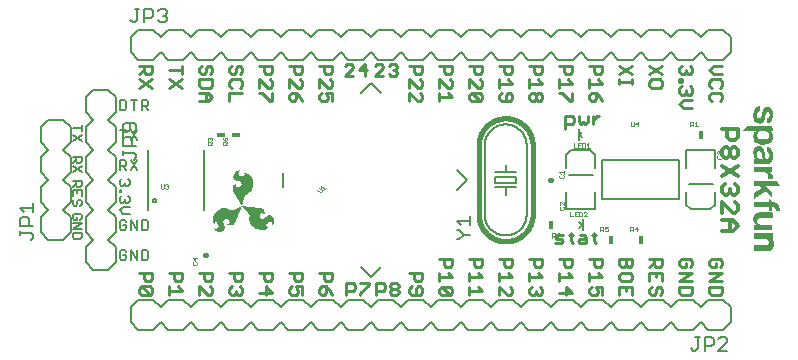
<source format=gbr>
G04 EAGLE Gerber RS-274X export*
G75*
%MOMM*%
%FSLAX34Y34*%
%LPD*%
%INSilkscreen Top*%
%IPPOS*%
%AMOC8*
5,1,8,0,0,1.08239X$1,22.5*%
G01*
%ADD10C,0.152400*%
%ADD11C,0.304800*%
%ADD12C,0.228600*%
%ADD13C,0.177800*%
%ADD14C,0.203200*%
%ADD15C,0.025400*%
%ADD16C,0.406400*%
%ADD17C,0.127000*%
%ADD18R,0.406400X0.711200*%
%ADD19R,0.711200X0.406400*%

G36*
X152052Y83048D02*
X152052Y83048D01*
X152062Y83053D01*
X152073Y83051D01*
X153014Y83230D01*
X153021Y83235D01*
X153030Y83234D01*
X153939Y83537D01*
X153948Y83545D01*
X153961Y83547D01*
X154607Y83912D01*
X154617Y83924D01*
X154633Y83931D01*
X155168Y84445D01*
X155171Y84452D01*
X155174Y84453D01*
X155177Y84462D01*
X155187Y84470D01*
X155577Y85101D01*
X155580Y85116D01*
X155591Y85130D01*
X155811Y85838D01*
X155809Y85853D01*
X155816Y85869D01*
X155853Y86610D01*
X155849Y86622D01*
X155852Y86636D01*
X155520Y88731D01*
X155515Y88740D01*
X155515Y88751D01*
X154850Y90762D01*
X154698Y91312D01*
X154693Y91870D01*
X154832Y92409D01*
X155107Y92895D01*
X155497Y93293D01*
X155977Y93577D01*
X156516Y93728D01*
X157132Y93763D01*
X157748Y93695D01*
X158341Y93526D01*
X158970Y93193D01*
X159008Y93159D01*
X159149Y93033D01*
X159289Y92907D01*
X159429Y92780D01*
X159498Y92719D01*
X159893Y92132D01*
X160037Y91702D01*
X160045Y91481D01*
X160050Y91355D01*
X160054Y91249D01*
X159962Y90833D01*
X159781Y90445D01*
X159522Y90108D01*
X159398Y90014D01*
X159243Y89960D01*
X158243Y89766D01*
X158092Y89757D01*
X157956Y89790D01*
X157819Y89871D01*
X157774Y89877D01*
X157729Y89886D01*
X157725Y89884D01*
X157721Y89884D01*
X157685Y89856D01*
X157648Y89830D01*
X157647Y89826D01*
X157644Y89823D01*
X157639Y89777D01*
X157632Y89732D01*
X157635Y89729D01*
X157634Y89725D01*
X157660Y89692D01*
X157684Y89658D01*
X158090Y89385D01*
X158095Y89384D01*
X158098Y89380D01*
X158919Y88916D01*
X158929Y88915D01*
X158937Y88907D01*
X159820Y88577D01*
X159831Y88577D01*
X159842Y88571D01*
X160553Y88442D01*
X160566Y88445D01*
X160579Y88440D01*
X161301Y88457D01*
X161313Y88462D01*
X161327Y88460D01*
X162031Y88622D01*
X162042Y88629D01*
X162056Y88630D01*
X162714Y88930D01*
X162722Y88939D01*
X162736Y88943D01*
X163408Y89437D01*
X163415Y89448D01*
X163428Y89454D01*
X163984Y90077D01*
X163988Y90089D01*
X163999Y90098D01*
X164413Y90822D01*
X164414Y90828D01*
X164418Y90832D01*
X170766Y104445D01*
X175694Y99229D01*
X176398Y98311D01*
X176899Y97273D01*
X176994Y96913D01*
X177027Y96540D01*
X176828Y94274D01*
X176830Y94268D01*
X176828Y94262D01*
X176833Y92894D01*
X176837Y92883D01*
X176835Y92871D01*
X177087Y91525D01*
X177093Y91516D01*
X177093Y91503D01*
X177583Y90225D01*
X177590Y90218D01*
X177592Y90207D01*
X178305Y88983D01*
X178312Y88977D01*
X178315Y88968D01*
X179193Y87856D01*
X179201Y87852D01*
X179205Y87843D01*
X180231Y86865D01*
X180241Y86862D01*
X180247Y86853D01*
X181839Y85763D01*
X181850Y85761D01*
X181859Y85752D01*
X183621Y84967D01*
X183632Y84967D01*
X183643Y84960D01*
X185517Y84506D01*
X185529Y84508D01*
X185540Y84503D01*
X187466Y84395D01*
X187476Y84398D01*
X187487Y84396D01*
X188541Y84511D01*
X188549Y84515D01*
X188559Y84514D01*
X189585Y84784D01*
X189592Y84789D01*
X189602Y84790D01*
X190577Y85208D01*
X190584Y85216D01*
X190597Y85219D01*
X191808Y86023D01*
X191816Y86033D01*
X191829Y86040D01*
X192844Y87081D01*
X192860Y87122D01*
X192880Y87162D01*
X192878Y87167D01*
X192880Y87172D01*
X192862Y87213D01*
X192847Y87255D01*
X192841Y87257D01*
X192839Y87262D01*
X192811Y87272D01*
X192765Y87295D01*
X191888Y87371D01*
X191770Y87398D01*
X191671Y87451D01*
X191357Y87753D01*
X191141Y88134D01*
X191091Y88313D01*
X191089Y88439D01*
X191086Y88565D01*
X191081Y88855D01*
X191224Y89374D01*
X191515Y89838D01*
X192242Y90680D01*
X192631Y91059D01*
X193069Y91373D01*
X193550Y91615D01*
X194061Y91777D01*
X194365Y91811D01*
X194665Y91771D01*
X195169Y91570D01*
X195602Y91245D01*
X195936Y90819D01*
X196149Y90318D01*
X196244Y89818D01*
X196250Y89567D01*
X196256Y89304D01*
X196204Y88703D01*
X196204Y88702D01*
X196211Y88680D01*
X196219Y88654D01*
X196233Y88610D01*
X196234Y88610D01*
X196234Y88609D01*
X196279Y88587D01*
X196322Y88566D01*
X196333Y88570D01*
X196411Y88596D01*
X196413Y88598D01*
X196415Y88599D01*
X196416Y88601D01*
X196438Y88619D01*
X196441Y88626D01*
X196449Y88630D01*
X196824Y89033D01*
X196829Y89048D01*
X196842Y89059D01*
X197106Y89542D01*
X197106Y89543D01*
X197107Y89543D01*
X197289Y89884D01*
X197410Y90102D01*
X197411Y90113D01*
X197419Y90122D01*
X197714Y90977D01*
X197713Y90986D01*
X197719Y90995D01*
X197882Y91885D01*
X197880Y91895D01*
X197884Y91906D01*
X197894Y92778D01*
X197889Y92789D01*
X197892Y92802D01*
X197735Y93659D01*
X197728Y93669D01*
X197728Y93682D01*
X197409Y94493D01*
X197402Y94501D01*
X197400Y94512D01*
X196910Y95335D01*
X196903Y95340D01*
X196900Y95349D01*
X196305Y96099D01*
X196300Y96102D01*
X196299Y96103D01*
X196294Y96105D01*
X196288Y96117D01*
X195724Y96599D01*
X195709Y96604D01*
X195697Y96616D01*
X195031Y96943D01*
X195016Y96944D01*
X195001Y96953D01*
X194275Y97104D01*
X194260Y97101D01*
X194243Y97106D01*
X193502Y97071D01*
X193488Y97064D01*
X193471Y97066D01*
X192762Y96847D01*
X192752Y96839D01*
X192738Y96837D01*
X190883Y95808D01*
X190877Y95800D01*
X190866Y95797D01*
X189204Y94484D01*
X188739Y94153D01*
X188217Y93958D01*
X187662Y93904D01*
X187112Y93996D01*
X186604Y94226D01*
X186174Y94580D01*
X185847Y95036D01*
X185603Y95602D01*
X185456Y96204D01*
X185413Y96819D01*
X185510Y97524D01*
X185775Y98182D01*
X186192Y98754D01*
X186546Y99037D01*
X186966Y99207D01*
X187389Y99263D01*
X187815Y99226D01*
X188220Y99098D01*
X188352Y99013D01*
X188455Y98886D01*
X188980Y98013D01*
X189039Y97875D01*
X189055Y97735D01*
X189025Y97579D01*
X189035Y97534D01*
X189042Y97489D01*
X189046Y97486D01*
X189047Y97482D01*
X189086Y97458D01*
X189123Y97432D01*
X189127Y97433D01*
X189131Y97431D01*
X189175Y97442D01*
X189220Y97451D01*
X189222Y97454D01*
X189226Y97455D01*
X189248Y97491D01*
X189272Y97525D01*
X189390Y98000D01*
X189389Y98005D01*
X189392Y98009D01*
X189547Y98939D01*
X189545Y98949D01*
X189549Y98959D01*
X189557Y99902D01*
X189553Y99912D01*
X189556Y99924D01*
X189433Y100637D01*
X189426Y100647D01*
X189426Y100661D01*
X189163Y101335D01*
X189154Y101344D01*
X189152Y101357D01*
X188759Y101964D01*
X188748Y101971D01*
X188743Y101984D01*
X188236Y102500D01*
X188224Y102505D01*
X188216Y102516D01*
X187522Y102980D01*
X187509Y102982D01*
X187499Y102992D01*
X186724Y103301D01*
X186711Y103301D01*
X186699Y103308D01*
X185876Y103450D01*
X185871Y103449D01*
X185866Y103451D01*
X170860Y104764D01*
X172314Y111830D01*
X172662Y112935D01*
X173225Y113940D01*
X173466Y114225D01*
X173752Y114465D01*
X175722Y115603D01*
X175726Y115607D01*
X175732Y115609D01*
X176851Y116398D01*
X176857Y116408D01*
X176868Y116413D01*
X177826Y117391D01*
X177830Y117401D01*
X177840Y117408D01*
X178606Y118543D01*
X178608Y118553D01*
X178616Y118561D01*
X179209Y119847D01*
X179210Y119856D01*
X179216Y119864D01*
X179623Y121221D01*
X179622Y121230D01*
X179627Y121239D01*
X179839Y122639D01*
X179837Y122649D01*
X179841Y122660D01*
X179820Y124589D01*
X179816Y124599D01*
X179818Y124611D01*
X179450Y126505D01*
X179443Y126514D01*
X179443Y126527D01*
X178740Y128323D01*
X178732Y128331D01*
X178729Y128343D01*
X177713Y129983D01*
X177705Y129989D01*
X177701Y130000D01*
X177002Y130797D01*
X176993Y130801D01*
X176989Y130810D01*
X176180Y131495D01*
X176171Y131498D01*
X176164Y131506D01*
X175263Y132065D01*
X175252Y132066D01*
X175243Y132075D01*
X173889Y132606D01*
X173876Y132606D01*
X173863Y132614D01*
X172428Y132848D01*
X172385Y132838D01*
X172341Y132831D01*
X172338Y132826D01*
X172333Y132825D01*
X172310Y132786D01*
X172285Y132750D01*
X172285Y132745D01*
X172283Y132740D01*
X172291Y132712D01*
X172299Y132660D01*
X172739Y131898D01*
X172785Y131786D01*
X172798Y131675D01*
X172731Y131244D01*
X172543Y130848D01*
X172424Y130705D01*
X171987Y130386D01*
X171479Y130206D01*
X170932Y130178D01*
X169826Y130291D01*
X169292Y130391D01*
X168783Y130570D01*
X168309Y130826D01*
X167884Y131151D01*
X167682Y131381D01*
X167542Y131649D01*
X167417Y132177D01*
X167435Y132718D01*
X167593Y133236D01*
X167881Y133698D01*
X168236Y134062D01*
X168650Y134368D01*
X169173Y134669D01*
X169173Y134670D01*
X169187Y134688D01*
X169203Y134710D01*
X169232Y134747D01*
X169232Y134748D01*
X169224Y134797D01*
X169217Y134845D01*
X169207Y134852D01*
X169141Y134900D01*
X169138Y134901D01*
X169137Y134902D01*
X169136Y134902D01*
X169135Y134902D01*
X169107Y134909D01*
X169099Y134908D01*
X169092Y134912D01*
X168546Y134988D01*
X168532Y134984D01*
X168515Y134988D01*
X167968Y134927D01*
X167967Y134927D01*
X167583Y134881D01*
X167335Y134855D01*
X167325Y134850D01*
X167313Y134851D01*
X166444Y134602D01*
X166436Y134596D01*
X166426Y134596D01*
X165603Y134219D01*
X165596Y134211D01*
X165585Y134209D01*
X164865Y133717D01*
X164859Y133707D01*
X164847Y133701D01*
X164235Y133081D01*
X164230Y133070D01*
X164220Y133062D01*
X163738Y132336D01*
X163736Y132326D01*
X163728Y132318D01*
X163335Y131444D01*
X163335Y131435D01*
X163329Y131428D01*
X163056Y130510D01*
X163057Y130498D01*
X163051Y130486D01*
X162980Y129747D01*
X162984Y129733D01*
X162981Y129716D01*
X163095Y128983D01*
X163103Y128970D01*
X163104Y128952D01*
X163397Y128271D01*
X163408Y128260D01*
X163413Y128244D01*
X163867Y127657D01*
X163881Y127649D01*
X163890Y127634D01*
X164476Y127179D01*
X164488Y127176D01*
X164498Y127165D01*
X166404Y126235D01*
X166414Y126235D01*
X166423Y126228D01*
X168452Y125619D01*
X168990Y125429D01*
X169449Y125113D01*
X169812Y124689D01*
X170052Y124186D01*
X170154Y123638D01*
X170111Y123082D01*
X169925Y122553D01*
X169602Y122029D01*
X169193Y121564D01*
X168713Y121175D01*
X168080Y120850D01*
X167389Y120690D01*
X166682Y120703D01*
X166247Y120831D01*
X165866Y121078D01*
X165578Y121391D01*
X165364Y121762D01*
X165237Y122168D01*
X165231Y122324D01*
X165275Y122481D01*
X165690Y123412D01*
X165769Y123540D01*
X165875Y123633D01*
X166019Y123698D01*
X166050Y123732D01*
X166083Y123764D01*
X166083Y123768D01*
X166086Y123771D01*
X166083Y123817D01*
X166083Y123862D01*
X166080Y123865D01*
X166080Y123869D01*
X166046Y123899D01*
X166013Y123931D01*
X166009Y123931D01*
X166006Y123934D01*
X165964Y123931D01*
X165922Y123931D01*
X165465Y123756D01*
X165462Y123752D01*
X165456Y123752D01*
X164606Y123345D01*
X164599Y123338D01*
X164588Y123335D01*
X163811Y122802D01*
X163805Y122792D01*
X163794Y122787D01*
X163280Y122278D01*
X163276Y122267D01*
X163264Y122259D01*
X162863Y121657D01*
X162861Y121645D01*
X162851Y121634D01*
X162580Y120964D01*
X162580Y120952D01*
X162573Y120940D01*
X162441Y120229D01*
X162444Y120217D01*
X162439Y120203D01*
X162450Y119692D01*
X162453Y119566D01*
X162456Y119440D01*
X162457Y119369D01*
X162463Y119357D01*
X162461Y119343D01*
X162652Y118531D01*
X162659Y118520D01*
X162660Y118506D01*
X163016Y117751D01*
X163020Y117748D01*
X163021Y117742D01*
X170552Y104697D01*
X163930Y101834D01*
X162826Y101486D01*
X161679Y101371D01*
X161308Y101404D01*
X160947Y101502D01*
X158885Y102463D01*
X158879Y102463D01*
X158875Y102467D01*
X157587Y102931D01*
X157575Y102930D01*
X157565Y102937D01*
X156214Y103160D01*
X156203Y103158D01*
X156191Y103162D01*
X154823Y103138D01*
X154813Y103134D01*
X154802Y103136D01*
X153408Y102885D01*
X153401Y102880D01*
X153391Y102880D01*
X152046Y102436D01*
X152039Y102430D01*
X152029Y102429D01*
X150760Y101799D01*
X150753Y101792D01*
X150742Y101789D01*
X149174Y100666D01*
X149168Y100656D01*
X149157Y100651D01*
X148681Y100158D01*
X148193Y99653D01*
X147817Y99263D01*
X147813Y99253D01*
X147802Y99245D01*
X146735Y97639D01*
X146733Y97628D01*
X146724Y97619D01*
X145964Y95846D01*
X145964Y95835D01*
X145957Y95826D01*
X145705Y94796D01*
X145706Y94787D01*
X145702Y94778D01*
X145604Y93722D01*
X145607Y93713D01*
X145604Y93703D01*
X145664Y92645D01*
X145669Y92635D01*
X145667Y92622D01*
X146008Y91208D01*
X146016Y91198D01*
X146017Y91183D01*
X146648Y89873D01*
X146681Y89844D01*
X146712Y89812D01*
X146718Y89812D01*
X146722Y89808D01*
X146766Y89812D01*
X146811Y89811D01*
X146815Y89815D01*
X146820Y89816D01*
X146839Y89839D01*
X146876Y89875D01*
X147248Y90672D01*
X147314Y90774D01*
X147397Y90849D01*
X147788Y91041D01*
X148220Y91114D01*
X148406Y91099D01*
X148918Y90924D01*
X149357Y90611D01*
X149694Y90179D01*
X150236Y89208D01*
X150460Y88713D01*
X150605Y88194D01*
X150667Y87659D01*
X150645Y87124D01*
X150573Y86827D01*
X150433Y86558D01*
X150072Y86153D01*
X149618Y85857D01*
X149104Y85689D01*
X148560Y85661D01*
X148058Y85742D01*
X147570Y85907D01*
X147024Y86162D01*
X147023Y86162D01*
X147000Y86162D01*
X146975Y86163D01*
X146927Y86166D01*
X146926Y86165D01*
X146925Y86165D01*
X146890Y86131D01*
X146855Y86098D01*
X146855Y86097D01*
X146854Y86097D01*
X146854Y86086D01*
X146852Y86004D01*
X146853Y86002D01*
X146853Y86000D01*
X146854Y85999D01*
X146854Y85998D01*
X146855Y85997D01*
X146865Y85970D01*
X146870Y85965D01*
X146871Y85956D01*
X147122Y85466D01*
X147134Y85456D01*
X147139Y85440D01*
X147503Y85027D01*
X147504Y85026D01*
X147761Y84739D01*
X147926Y84550D01*
X147935Y84545D01*
X147941Y84535D01*
X148644Y83965D01*
X148653Y83962D01*
X148659Y83954D01*
X149439Y83496D01*
X149450Y83495D01*
X149459Y83487D01*
X150274Y83180D01*
X150286Y83180D01*
X150298Y83173D01*
X151157Y83028D01*
X151169Y83031D01*
X151181Y83026D01*
X152052Y83048D01*
G37*
G36*
X611870Y156757D02*
X611870Y156757D01*
X611882Y156754D01*
X614082Y157037D01*
X614092Y157042D01*
X614104Y157042D01*
X616217Y157716D01*
X616227Y157724D01*
X616240Y157726D01*
X617281Y158305D01*
X617289Y158316D01*
X617303Y158321D01*
X618193Y159113D01*
X618198Y159123D01*
X618208Y159129D01*
X618861Y159953D01*
X618863Y159961D01*
X618870Y159967D01*
X619411Y160869D01*
X619413Y160879D01*
X619421Y160888D01*
X619821Y161913D01*
X619821Y161925D01*
X619828Y161937D01*
X620011Y163022D01*
X620009Y163033D01*
X620013Y163045D01*
X619988Y165026D01*
X619983Y165037D01*
X619986Y165050D01*
X619884Y165532D01*
X619877Y165541D01*
X619877Y165553D01*
X619344Y166874D01*
X619337Y166881D01*
X619336Y166891D01*
X619103Y167285D01*
X619094Y167292D01*
X619089Y167304D01*
X618788Y167647D01*
X618782Y167650D01*
X618779Y167657D01*
X618042Y168335D01*
X617814Y168546D01*
X617813Y168546D01*
X617812Y168547D01*
X617663Y168681D01*
X619580Y168657D01*
X619595Y168663D01*
X619609Y168660D01*
X619638Y168680D01*
X619672Y168694D01*
X619677Y168708D01*
X619690Y168717D01*
X619697Y168758D01*
X619708Y168785D01*
X619704Y168795D01*
X619706Y168807D01*
X618970Y172693D01*
X618948Y172726D01*
X618931Y172762D01*
X618921Y172766D01*
X618915Y172774D01*
X618886Y172780D01*
X618846Y172795D01*
X598272Y172795D01*
X598266Y172793D01*
X598259Y172795D01*
X598202Y172766D01*
X598181Y172757D01*
X598180Y172755D01*
X598178Y172754D01*
X594444Y168614D01*
X594429Y168569D01*
X594412Y168525D01*
X594413Y168523D01*
X594412Y168521D01*
X594433Y168478D01*
X594453Y168436D01*
X594455Y168435D01*
X594456Y168433D01*
X594478Y168426D01*
X594538Y168403D01*
X605642Y168403D01*
X605640Y168402D01*
X604924Y167882D01*
X604917Y167871D01*
X604904Y167864D01*
X604314Y167204D01*
X604311Y167194D01*
X604309Y167193D01*
X604308Y167190D01*
X604299Y167182D01*
X603862Y166413D01*
X603860Y166400D01*
X603851Y166388D01*
X603587Y165544D01*
X603588Y165533D01*
X603582Y165522D01*
X603427Y164305D01*
X603429Y164296D01*
X603426Y164287D01*
X603443Y163060D01*
X603446Y163052D01*
X603444Y163042D01*
X603633Y161830D01*
X603638Y161821D01*
X603638Y161810D01*
X603932Y160891D01*
X603939Y160883D01*
X603941Y160871D01*
X604387Y160015D01*
X604395Y160009D01*
X604398Y159997D01*
X604983Y159229D01*
X604992Y159224D01*
X604997Y159213D01*
X605704Y158556D01*
X605706Y158555D01*
X605707Y158553D01*
X605715Y158550D01*
X605721Y158542D01*
X606906Y157770D01*
X606916Y157768D01*
X606925Y157760D01*
X608225Y157204D01*
X608236Y157204D01*
X608246Y157197D01*
X609622Y156874D01*
X609633Y156876D01*
X609644Y156871D01*
X611859Y156753D01*
X611870Y156757D01*
G37*
G36*
X603932Y140090D02*
X603932Y140090D01*
X603954Y140090D01*
X604153Y140164D01*
X605448Y140513D01*
X606785Y140615D01*
X611123Y140590D01*
X611126Y140591D01*
X611128Y140590D01*
X611171Y140610D01*
X611204Y140623D01*
X611226Y140615D01*
X616052Y140615D01*
X616059Y140618D01*
X616068Y140616D01*
X616803Y140707D01*
X616816Y140714D01*
X616833Y140714D01*
X617524Y140981D01*
X617534Y140992D01*
X617551Y140996D01*
X618156Y141423D01*
X618164Y141436D01*
X618179Y141444D01*
X618662Y142006D01*
X618666Y142019D01*
X618677Y142029D01*
X619371Y143332D01*
X619372Y143344D01*
X619380Y143355D01*
X619805Y144769D01*
X619804Y144779D01*
X619809Y144788D01*
X620039Y146527D01*
X620037Y146535D01*
X620040Y146543D01*
X620048Y148297D01*
X620045Y148304D01*
X620048Y148313D01*
X619834Y150053D01*
X619830Y150061D01*
X619831Y150071D01*
X619497Y151300D01*
X619490Y151308D01*
X619490Y151319D01*
X618961Y152477D01*
X618952Y152485D01*
X618949Y152498D01*
X618375Y153315D01*
X618364Y153322D01*
X618358Y153335D01*
X617985Y153684D01*
X617715Y153936D01*
X617628Y154018D01*
X617616Y154022D01*
X617607Y154034D01*
X616754Y154553D01*
X616741Y154555D01*
X616730Y154565D01*
X615789Y154899D01*
X615776Y154898D01*
X615763Y154905D01*
X614872Y155027D01*
X614870Y155030D01*
X614870Y155031D01*
X614823Y155049D01*
X614778Y155066D01*
X614773Y155064D01*
X614695Y155031D01*
X614669Y155006D01*
X614651Y154966D01*
X614630Y154928D01*
X614632Y154922D01*
X614630Y154915D01*
X614647Y154875D01*
X614656Y154845D01*
X614656Y150698D01*
X614657Y150696D01*
X614656Y150694D01*
X614676Y150651D01*
X614694Y150607D01*
X614696Y150607D01*
X614697Y150605D01*
X614782Y150572D01*
X614825Y150572D01*
X615356Y150509D01*
X615851Y150325D01*
X616289Y150030D01*
X616645Y149640D01*
X616900Y149176D01*
X617065Y148615D01*
X617119Y148028D01*
X617069Y146673D01*
X617008Y146304D01*
X616880Y145958D01*
X616687Y145644D01*
X616453Y145391D01*
X616174Y145192D01*
X615860Y145053D01*
X615339Y144942D01*
X614808Y144942D01*
X614287Y145053D01*
X614190Y145095D01*
X614103Y145155D01*
X613842Y145439D01*
X613596Y145867D01*
X613431Y146336D01*
X613205Y147642D01*
X612977Y149848D01*
X612974Y149852D01*
X612975Y149857D01*
X612697Y151394D01*
X612693Y151402D01*
X612693Y151411D01*
X612209Y152896D01*
X612202Y152904D01*
X612201Y152916D01*
X611835Y153612D01*
X611825Y153620D01*
X611821Y153633D01*
X611323Y154243D01*
X611312Y154249D01*
X611305Y154261D01*
X610696Y154759D01*
X610683Y154763D01*
X610672Y154774D01*
X609810Y155203D01*
X609795Y155204D01*
X609781Y155213D01*
X608840Y155419D01*
X608827Y155417D01*
X608813Y155422D01*
X607752Y155425D01*
X607742Y155420D01*
X607729Y155423D01*
X606685Y155234D01*
X606676Y155228D01*
X606663Y155228D01*
X605670Y154855D01*
X605661Y154847D01*
X605649Y154845D01*
X605166Y154553D01*
X605159Y154544D01*
X605147Y154539D01*
X604727Y154162D01*
X604722Y154151D01*
X604711Y154144D01*
X604369Y153696D01*
X604365Y153683D01*
X604355Y153673D01*
X603749Y152404D01*
X603749Y152391D01*
X603740Y152378D01*
X603432Y151006D01*
X603434Y150994D01*
X603429Y150981D01*
X603391Y149346D01*
X603395Y149336D01*
X603392Y149325D01*
X603633Y147707D01*
X603639Y147698D01*
X603638Y147685D01*
X603991Y146650D01*
X603998Y146641D01*
X604000Y146629D01*
X604540Y145678D01*
X604549Y145671D01*
X604554Y145658D01*
X605257Y144831D01*
X605273Y144807D01*
X605274Y144798D01*
X605272Y144790D01*
X605266Y144784D01*
X605243Y144774D01*
X604214Y144547D01*
X604211Y144546D01*
X604208Y144546D01*
X603928Y144470D01*
X603914Y144459D01*
X603895Y144456D01*
X603859Y144434D01*
X603842Y144410D01*
X603813Y144383D01*
X603794Y144346D01*
X603792Y144316D01*
X603781Y144278D01*
X603784Y144242D01*
X603784Y140208D01*
X603793Y140185D01*
X603793Y140160D01*
X603812Y140142D01*
X603822Y140117D01*
X603845Y140108D01*
X603863Y140091D01*
X603892Y140090D01*
X603914Y140082D01*
X603932Y140090D01*
G37*
G36*
X603891Y110655D02*
X603891Y110655D01*
X603930Y110664D01*
X613825Y117261D01*
X619391Y111570D01*
X619392Y111569D01*
X619393Y111567D01*
X619438Y111550D01*
X619482Y111532D01*
X619483Y111532D01*
X619485Y111532D01*
X619528Y111552D01*
X619572Y111571D01*
X619573Y111572D01*
X619574Y111573D01*
X619607Y111658D01*
X619607Y116332D01*
X619606Y116335D01*
X619607Y116338D01*
X619570Y116421D01*
X614096Y121896D01*
X625526Y121896D01*
X625558Y121909D01*
X625592Y121914D01*
X625602Y121928D01*
X625617Y121934D01*
X625629Y121966D01*
X625649Y121995D01*
X625647Y122012D01*
X625652Y122026D01*
X625641Y122051D01*
X625636Y122085D01*
X623274Y126225D01*
X623257Y126237D01*
X623249Y126255D01*
X623217Y126268D01*
X623195Y126284D01*
X623180Y126282D01*
X623164Y126288D01*
X603834Y126288D01*
X603831Y126287D01*
X603828Y126288D01*
X603745Y126251D01*
X603694Y126200D01*
X603693Y126197D01*
X603690Y126196D01*
X603657Y126111D01*
X603657Y121971D01*
X603658Y121969D01*
X603657Y121967D01*
X603677Y121924D01*
X603695Y121880D01*
X603697Y121880D01*
X603698Y121878D01*
X603783Y121845D01*
X609191Y121845D01*
X610798Y120190D01*
X603820Y115957D01*
X603809Y115942D01*
X603792Y115934D01*
X603779Y115900D01*
X603762Y115877D01*
X603764Y115864D01*
X603759Y115850D01*
X603734Y110770D01*
X603749Y110734D01*
X603757Y110696D01*
X603767Y110690D01*
X603772Y110679D01*
X603808Y110665D01*
X603841Y110644D01*
X603853Y110647D01*
X603863Y110643D01*
X603891Y110655D01*
G37*
G36*
X619508Y84432D02*
X619508Y84432D01*
X619510Y84431D01*
X619553Y84451D01*
X619597Y84469D01*
X619597Y84471D01*
X619599Y84472D01*
X619632Y84557D01*
X619632Y88773D01*
X619631Y88775D01*
X619632Y88777D01*
X619612Y88820D01*
X619594Y88864D01*
X619592Y88864D01*
X619591Y88866D01*
X619506Y88899D01*
X611204Y88899D01*
X609974Y88975D01*
X608770Y89200D01*
X608220Y89409D01*
X607735Y89736D01*
X607338Y90167D01*
X607050Y90677D01*
X606838Y91368D01*
X606771Y92089D01*
X606851Y92808D01*
X607074Y93497D01*
X607299Y93892D01*
X607600Y94233D01*
X607962Y94505D01*
X608730Y94848D01*
X609560Y94997D01*
X619557Y94997D01*
X619559Y94998D01*
X619561Y94997D01*
X619604Y95017D01*
X619648Y95035D01*
X619648Y95037D01*
X619650Y95038D01*
X619683Y95123D01*
X619683Y99263D01*
X619682Y99265D01*
X619683Y99267D01*
X619663Y99310D01*
X619645Y99354D01*
X619643Y99354D01*
X619642Y99356D01*
X619557Y99389D01*
X608762Y99389D01*
X608757Y99387D01*
X608750Y99389D01*
X607651Y99288D01*
X607641Y99282D01*
X607628Y99284D01*
X606565Y98984D01*
X606556Y98977D01*
X606543Y98976D01*
X605553Y98488D01*
X605545Y98479D01*
X605533Y98476D01*
X604648Y97815D01*
X604641Y97805D01*
X604629Y97798D01*
X604401Y97544D01*
X604397Y97532D01*
X604386Y97524D01*
X603860Y96622D01*
X603859Y96610D01*
X603850Y96600D01*
X603507Y95614D01*
X603508Y95602D01*
X603501Y95590D01*
X603354Y94557D01*
X603357Y94547D01*
X603353Y94536D01*
X603366Y93896D01*
X603366Y93895D01*
X603368Y93769D01*
X603371Y93643D01*
X603374Y93517D01*
X603373Y93517D01*
X603374Y93517D01*
X603376Y93391D01*
X603376Y93390D01*
X603379Y93264D01*
X603381Y93138D01*
X603383Y93042D01*
X603386Y93035D01*
X603385Y93026D01*
X603608Y91548D01*
X603613Y91540D01*
X603612Y91530D01*
X603693Y91268D01*
X603699Y91260D01*
X603701Y91248D01*
X603823Y91003D01*
X603830Y90996D01*
X603833Y90986D01*
X604492Y90056D01*
X604500Y90051D01*
X604503Y90042D01*
X605288Y89215D01*
X605296Y89212D01*
X605301Y89203D01*
X605942Y88696D01*
X603885Y88696D01*
X603883Y88695D01*
X603881Y88696D01*
X603838Y88676D01*
X603794Y88658D01*
X603794Y88656D01*
X603792Y88655D01*
X603759Y88570D01*
X603759Y84557D01*
X603760Y84555D01*
X603759Y84553D01*
X603779Y84510D01*
X603797Y84466D01*
X603799Y84466D01*
X603800Y84464D01*
X603885Y84431D01*
X619506Y84431D01*
X619508Y84432D01*
G37*
G36*
X614456Y67288D02*
X614456Y67288D01*
X614461Y67286D01*
X615590Y67377D01*
X615598Y67380D01*
X615607Y67379D01*
X616714Y67619D01*
X616722Y67624D01*
X616732Y67624D01*
X617437Y67893D01*
X617445Y67901D01*
X617457Y67903D01*
X618106Y68287D01*
X618112Y68296D01*
X618124Y68300D01*
X618699Y68789D01*
X618704Y68800D01*
X618716Y68807D01*
X619334Y69592D01*
X619337Y69605D01*
X619349Y69616D01*
X619771Y70521D01*
X619772Y70535D01*
X619780Y70549D01*
X619986Y71526D01*
X619983Y71537D01*
X619988Y71549D01*
X620038Y73555D01*
X620034Y73565D01*
X620037Y73576D01*
X619882Y74628D01*
X619875Y74639D01*
X619875Y74654D01*
X619506Y75650D01*
X619497Y75660D01*
X619494Y75674D01*
X618927Y76572D01*
X618918Y76579D01*
X618914Y76590D01*
X618498Y77051D01*
X618490Y77054D01*
X618486Y77062D01*
X618013Y77464D01*
X618008Y77466D01*
X618006Y77470D01*
X617628Y77747D01*
X617492Y77861D01*
X617463Y77903D01*
X619531Y77903D01*
X619533Y77904D01*
X619535Y77903D01*
X619578Y77923D01*
X619622Y77941D01*
X619622Y77943D01*
X619624Y77944D01*
X619657Y78029D01*
X619657Y82067D01*
X619656Y82069D01*
X619657Y82071D01*
X619637Y82114D01*
X619619Y82158D01*
X619617Y82158D01*
X619616Y82160D01*
X619531Y82193D01*
X603809Y82193D01*
X603807Y82192D01*
X603805Y82193D01*
X603762Y82173D01*
X603718Y82155D01*
X603718Y82153D01*
X603716Y82152D01*
X603683Y82067D01*
X603683Y77851D01*
X603684Y77849D01*
X603683Y77847D01*
X603703Y77804D01*
X603721Y77760D01*
X603723Y77760D01*
X603724Y77758D01*
X603809Y77725D01*
X613175Y77725D01*
X613958Y77645D01*
X614708Y77428D01*
X615387Y77065D01*
X615956Y76548D01*
X616270Y76091D01*
X616474Y75575D01*
X616561Y75019D01*
X616611Y73914D01*
X616594Y73598D01*
X616517Y73298D01*
X616300Y72863D01*
X615991Y72489D01*
X615604Y72193D01*
X614962Y71883D01*
X614274Y71692D01*
X613556Y71627D01*
X603910Y71627D01*
X603908Y71626D01*
X603906Y71627D01*
X603863Y71607D01*
X603819Y71589D01*
X603819Y71587D01*
X603817Y71586D01*
X603784Y71501D01*
X603784Y67412D01*
X603785Y67410D01*
X603784Y67408D01*
X603804Y67365D01*
X603822Y67321D01*
X603824Y67321D01*
X603825Y67319D01*
X603910Y67286D01*
X614451Y67286D01*
X614456Y67288D01*
G37*
G36*
X608736Y174629D02*
X608736Y174629D01*
X608747Y174626D01*
X609802Y174720D01*
X609815Y174727D01*
X609831Y174727D01*
X610834Y175064D01*
X610845Y175074D01*
X610860Y175076D01*
X611272Y175328D01*
X611279Y175338D01*
X611293Y175344D01*
X611643Y175676D01*
X611647Y175687D01*
X611658Y175693D01*
X612166Y176385D01*
X612168Y176393D01*
X612176Y176400D01*
X612581Y177156D01*
X612582Y177165D01*
X612588Y177172D01*
X613198Y178828D01*
X613198Y178836D01*
X613203Y178844D01*
X613584Y180567D01*
X613584Y180568D01*
X613585Y180569D01*
X613989Y182592D01*
X614261Y183344D01*
X614677Y184019D01*
X614970Y184302D01*
X615331Y184486D01*
X615700Y184551D01*
X616072Y184503D01*
X616414Y184348D01*
X616682Y184115D01*
X616877Y183814D01*
X617034Y183390D01*
X617119Y182941D01*
X617163Y182093D01*
X617119Y181245D01*
X617021Y180749D01*
X616832Y180282D01*
X616561Y179860D01*
X616297Y179584D01*
X615984Y179366D01*
X615632Y179216D01*
X615389Y179161D01*
X615129Y179145D01*
X615087Y179124D01*
X615044Y179104D01*
X615043Y179102D01*
X615041Y179101D01*
X615035Y179082D01*
X615011Y179019D01*
X615011Y175133D01*
X615014Y175124D01*
X615012Y175116D01*
X615033Y175080D01*
X615049Y175042D01*
X615058Y175039D01*
X615063Y175031D01*
X615114Y175017D01*
X615141Y175007D01*
X615145Y175009D01*
X615150Y175007D01*
X615861Y175083D01*
X615871Y175089D01*
X615882Y175087D01*
X615888Y175092D01*
X615895Y175092D01*
X615908Y175084D01*
X615934Y175091D01*
X615968Y175090D01*
X616526Y175293D01*
X616530Y175297D01*
X616535Y175297D01*
X617323Y175653D01*
X617329Y175660D01*
X617340Y175662D01*
X617782Y175948D01*
X617787Y175956D01*
X617797Y175960D01*
X618193Y176308D01*
X618197Y176318D01*
X618208Y176325D01*
X618965Y177284D01*
X618969Y177297D01*
X618979Y177307D01*
X619517Y178404D01*
X619518Y178416D01*
X619526Y178427D01*
X619894Y179778D01*
X619893Y179788D01*
X619898Y179798D01*
X620038Y181191D01*
X620036Y181198D01*
X620038Y181204D01*
X620038Y183007D01*
X620036Y183013D01*
X620038Y183021D01*
X619883Y184450D01*
X619877Y184460D01*
X619878Y184473D01*
X619467Y185851D01*
X619460Y185860D01*
X619459Y185872D01*
X618805Y187153D01*
X618796Y187161D01*
X618793Y187173D01*
X618424Y187649D01*
X618413Y187655D01*
X618407Y187667D01*
X617952Y188061D01*
X617941Y188065D01*
X617932Y188076D01*
X617410Y188375D01*
X617397Y188376D01*
X617387Y188385D01*
X616303Y188743D01*
X616291Y188742D01*
X616278Y188748D01*
X615144Y188877D01*
X615132Y188874D01*
X615118Y188877D01*
X613982Y188772D01*
X613971Y188766D01*
X613957Y188767D01*
X613468Y188615D01*
X613458Y188607D01*
X613444Y188605D01*
X612997Y188356D01*
X612989Y188345D01*
X612975Y188341D01*
X612590Y188004D01*
X612585Y187994D01*
X612574Y187988D01*
X612037Y187311D01*
X612034Y187302D01*
X612026Y187295D01*
X611599Y186544D01*
X611598Y186535D01*
X611591Y186527D01*
X611285Y185719D01*
X611285Y185711D01*
X611280Y185703D01*
X610417Y182071D01*
X610111Y180898D01*
X609641Y179791D01*
X609410Y179455D01*
X609106Y179190D01*
X608744Y179009D01*
X608349Y178924D01*
X607945Y178941D01*
X607560Y179058D01*
X607215Y179267D01*
X606931Y179554D01*
X606619Y180067D01*
X606422Y180634D01*
X606348Y181237D01*
X606348Y182567D01*
X606421Y183129D01*
X606638Y183716D01*
X606975Y184243D01*
X607418Y184685D01*
X607832Y184941D01*
X608294Y185087D01*
X608791Y185116D01*
X608838Y185116D01*
X608840Y185117D01*
X608842Y185116D01*
X608885Y185136D01*
X608929Y185154D01*
X608929Y185156D01*
X608931Y185157D01*
X608964Y185242D01*
X608964Y189103D01*
X608962Y189109D01*
X608964Y189116D01*
X608957Y189128D01*
X608958Y189142D01*
X608957Y189144D01*
X608957Y189145D01*
X608937Y189167D01*
X608926Y189194D01*
X608919Y189196D01*
X608916Y189202D01*
X608902Y189207D01*
X608893Y189217D01*
X608892Y189217D01*
X608890Y189218D01*
X608863Y189219D01*
X608856Y189221D01*
X608834Y189229D01*
X608832Y189228D01*
X608829Y189229D01*
X608473Y189204D01*
X608467Y189201D01*
X608460Y189202D01*
X607876Y189100D01*
X607868Y189095D01*
X607857Y189096D01*
X606587Y188664D01*
X606580Y188657D01*
X606570Y188656D01*
X605974Y188347D01*
X605967Y188337D01*
X605954Y188333D01*
X605430Y187913D01*
X605425Y187902D01*
X605413Y187896D01*
X604982Y187381D01*
X604980Y187373D01*
X604973Y187368D01*
X604211Y186174D01*
X604209Y186166D01*
X604202Y186159D01*
X603805Y185302D01*
X603804Y185289D01*
X603796Y185277D01*
X603584Y184356D01*
X603586Y184347D01*
X603581Y184337D01*
X603403Y181771D01*
X603405Y181764D01*
X603403Y181758D01*
X603405Y181692D01*
X603410Y181566D01*
X603410Y181565D01*
X603414Y181439D01*
X603419Y181313D01*
X603423Y181187D01*
X603427Y181061D01*
X603427Y181060D01*
X603432Y180934D01*
X603436Y180808D01*
X603441Y180682D01*
X603445Y180556D01*
X603445Y180555D01*
X603450Y180431D01*
X603450Y180430D01*
X603450Y180429D01*
X603452Y180424D01*
X603451Y180418D01*
X603633Y179104D01*
X603637Y179096D01*
X603637Y179087D01*
X603919Y178087D01*
X603926Y178078D01*
X603927Y178066D01*
X604378Y177131D01*
X604386Y177124D01*
X604389Y177112D01*
X604995Y176268D01*
X605005Y176263D01*
X605010Y176252D01*
X605753Y175526D01*
X605763Y175522D01*
X605771Y175511D01*
X606335Y175132D01*
X606346Y175130D01*
X606356Y175121D01*
X606981Y174855D01*
X606993Y174855D01*
X607004Y174848D01*
X607668Y174705D01*
X607677Y174706D01*
X607686Y174702D01*
X608727Y174626D01*
X608736Y174629D01*
G37*
G36*
X625401Y100332D02*
X625401Y100332D01*
X625403Y100331D01*
X625446Y100351D01*
X625490Y100369D01*
X625490Y100371D01*
X625492Y100372D01*
X625525Y100457D01*
X625525Y100479D01*
X625601Y101796D01*
X625600Y101799D01*
X625601Y101803D01*
X625601Y103353D01*
X625598Y103360D01*
X625600Y103365D01*
X625598Y103368D01*
X625599Y103374D01*
X625425Y104387D01*
X625418Y104397D01*
X625418Y104411D01*
X625049Y105369D01*
X625041Y105378D01*
X625038Y105391D01*
X624488Y106259D01*
X624478Y106266D01*
X624473Y106278D01*
X623763Y107021D01*
X623753Y107026D01*
X623745Y107037D01*
X623268Y107377D01*
X623257Y107379D01*
X623248Y107389D01*
X622717Y107637D01*
X622706Y107637D01*
X622696Y107645D01*
X622129Y107793D01*
X622118Y107792D01*
X622107Y107797D01*
X619973Y107974D01*
X619968Y107972D01*
X619963Y107974D01*
X619632Y107974D01*
X619632Y109220D01*
X619631Y109223D01*
X619632Y109226D01*
X619595Y109309D01*
X616928Y111976D01*
X616928Y111977D01*
X616927Y111977D01*
X616882Y111995D01*
X616837Y112013D01*
X616836Y112013D01*
X616791Y111993D01*
X616747Y111973D01*
X616746Y111972D01*
X616713Y111888D01*
X616689Y108025D01*
X603809Y108025D01*
X603807Y108024D01*
X603805Y108025D01*
X603762Y108005D01*
X603718Y107987D01*
X603718Y107985D01*
X603716Y107984D01*
X603683Y107899D01*
X603683Y103734D01*
X603684Y103732D01*
X603683Y103730D01*
X603703Y103687D01*
X603721Y103643D01*
X603723Y103643D01*
X603724Y103641D01*
X603809Y103608D01*
X616713Y103608D01*
X616713Y100736D01*
X616714Y100734D01*
X616713Y100732D01*
X616733Y100689D01*
X616751Y100645D01*
X616753Y100645D01*
X616754Y100643D01*
X616839Y100610D01*
X619506Y100610D01*
X619508Y100611D01*
X619510Y100610D01*
X619553Y100630D01*
X619597Y100648D01*
X619597Y100650D01*
X619599Y100651D01*
X619632Y100736D01*
X619632Y103582D01*
X620894Y103582D01*
X621356Y103519D01*
X621779Y103344D01*
X622011Y103162D01*
X622181Y102922D01*
X622278Y102640D01*
X622361Y101740D01*
X622276Y100825D01*
X622250Y100545D01*
X622252Y100539D01*
X622250Y100533D01*
X622250Y100457D01*
X622251Y100455D01*
X622250Y100453D01*
X622270Y100410D01*
X622288Y100366D01*
X622290Y100366D01*
X622291Y100364D01*
X622376Y100331D01*
X625399Y100331D01*
X625401Y100332D01*
G37*
G36*
X619855Y127933D02*
X619855Y127933D01*
X619900Y127951D01*
X619900Y127953D01*
X619902Y127953D01*
X619908Y127970D01*
X619937Y128034D01*
X620013Y129406D01*
X620009Y129416D01*
X620012Y129428D01*
X619928Y130129D01*
X619922Y130139D01*
X619923Y130153D01*
X619700Y130823D01*
X619691Y130832D01*
X619689Y130846D01*
X619336Y131457D01*
X619333Y131459D01*
X619332Y131463D01*
X618747Y132352D01*
X618744Y132355D01*
X618742Y132360D01*
X618440Y132754D01*
X618428Y132761D01*
X618420Y132775D01*
X618037Y133091D01*
X618031Y133093D01*
X618026Y133099D01*
X616984Y133785D01*
X616716Y133964D01*
X616701Y134011D01*
X619481Y134011D01*
X619494Y134016D01*
X619507Y134013D01*
X619537Y134035D01*
X619572Y134049D01*
X619577Y134062D01*
X619588Y134070D01*
X619596Y134113D01*
X619607Y134141D01*
X619603Y134149D01*
X619605Y134159D01*
X618919Y138020D01*
X618897Y138054D01*
X618880Y138091D01*
X618871Y138095D01*
X618866Y138103D01*
X618836Y138108D01*
X618795Y138124D01*
X603910Y138150D01*
X603908Y138149D01*
X603906Y138150D01*
X603863Y138130D01*
X603819Y138112D01*
X603819Y138110D01*
X603817Y138109D01*
X603784Y138024D01*
X603784Y133858D01*
X603785Y133856D01*
X603784Y133854D01*
X603804Y133811D01*
X603822Y133767D01*
X603824Y133767D01*
X603825Y133765D01*
X603910Y133732D01*
X611729Y133732D01*
X612575Y133659D01*
X613394Y133459D01*
X614187Y133098D01*
X614879Y132573D01*
X615439Y131906D01*
X615703Y131427D01*
X615884Y130909D01*
X615976Y130367D01*
X615976Y128842D01*
X615851Y128245D01*
X615852Y128242D01*
X615850Y128240D01*
X615825Y128088D01*
X615828Y128078D01*
X615824Y128067D01*
X615824Y128041D01*
X615825Y128039D01*
X615824Y128037D01*
X615844Y127994D01*
X615862Y127950D01*
X615864Y127950D01*
X615865Y127948D01*
X615950Y127915D01*
X619811Y127915D01*
X619855Y127933D01*
G37*
%LPC*%
G36*
X609124Y161438D02*
X609124Y161438D01*
X608363Y161727D01*
X607705Y162199D01*
X607189Y162825D01*
X606851Y163564D01*
X606672Y164455D01*
X606678Y165366D01*
X606830Y166088D01*
X607120Y166765D01*
X607483Y167274D01*
X607952Y167686D01*
X608516Y167986D01*
X608520Y167991D01*
X608527Y167992D01*
X608603Y168043D01*
X608604Y168044D01*
X608605Y168044D01*
X608665Y168086D01*
X608724Y168098D01*
X608762Y168098D01*
X608763Y168098D01*
X608764Y168098D01*
X608808Y168117D01*
X608853Y168136D01*
X608853Y168137D01*
X608854Y168138D01*
X608871Y168183D01*
X608879Y168205D01*
X608884Y168205D01*
X608919Y168196D01*
X608956Y168201D01*
X608967Y168207D01*
X608980Y168206D01*
X609655Y168431D01*
X610424Y168555D01*
X612970Y168581D01*
X613785Y168471D01*
X614559Y168204D01*
X615266Y167791D01*
X615946Y167194D01*
X616502Y166481D01*
X616664Y166143D01*
X616738Y165771D01*
X616789Y164696D01*
X616743Y164129D01*
X616587Y163587D01*
X616327Y163087D01*
X615697Y162328D01*
X614911Y161731D01*
X614012Y161328D01*
X613042Y161137D01*
X611071Y161134D01*
X609124Y161438D01*
G37*
%LPD*%
%LPC*%
G36*
X611124Y144931D02*
X611124Y144931D01*
X610290Y144931D01*
X609201Y145001D01*
X608131Y145208D01*
X607966Y145255D01*
X607717Y145362D01*
X607498Y145512D01*
X606779Y146256D01*
X606594Y146547D01*
X606472Y146869D01*
X606323Y147911D01*
X606373Y149439D01*
X606470Y149900D01*
X606673Y150321D01*
X606970Y150683D01*
X607220Y150874D01*
X607505Y151009D01*
X607813Y151080D01*
X608398Y151091D01*
X608973Y150984D01*
X609515Y150764D01*
X609813Y150560D01*
X610057Y150292D01*
X610341Y149818D01*
X610538Y149300D01*
X610643Y148750D01*
X610795Y147307D01*
X610797Y147303D01*
X610797Y147299D01*
X610966Y146307D01*
X610970Y146301D01*
X610969Y146292D01*
X611257Y145328D01*
X611264Y145319D01*
X611266Y145306D01*
X611373Y145099D01*
X611385Y145089D01*
X611391Y145073D01*
X611518Y144931D01*
X611226Y144931D01*
X611224Y144930D01*
X611222Y144931D01*
X611179Y144911D01*
X611177Y144911D01*
X611124Y144931D01*
G37*
%LPD*%
D10*
X33576Y93383D02*
X34804Y94612D01*
X34804Y97069D01*
X33576Y98298D01*
X28661Y98298D01*
X27432Y97069D01*
X27432Y94612D01*
X28661Y93383D01*
X31118Y93383D01*
X31118Y95841D01*
X27432Y90112D02*
X34804Y90112D01*
X27432Y85197D01*
X34804Y85197D01*
X34804Y81926D02*
X27432Y81926D01*
X27432Y78240D01*
X28661Y77012D01*
X33576Y77012D01*
X34804Y78240D01*
X34804Y81926D01*
D11*
X576834Y169926D02*
X590562Y169926D01*
X590562Y163062D01*
X588274Y160774D01*
X583698Y160774D01*
X581410Y163062D01*
X581410Y169926D01*
X588274Y154490D02*
X590562Y152202D01*
X590562Y147626D01*
X588274Y145338D01*
X585986Y145338D01*
X583698Y147626D01*
X581410Y145338D01*
X579122Y145338D01*
X576834Y147626D01*
X576834Y152202D01*
X579122Y154490D01*
X581410Y154490D01*
X583698Y152202D01*
X585986Y154490D01*
X588274Y154490D01*
X583698Y152202D02*
X583698Y147626D01*
X590562Y139054D02*
X576834Y129902D01*
X576834Y139054D02*
X590562Y129902D01*
X588274Y123618D02*
X590562Y121330D01*
X590562Y116754D01*
X588274Y114466D01*
X585986Y114466D01*
X583698Y116754D01*
X583698Y119042D01*
X583698Y116754D02*
X581410Y114466D01*
X579122Y114466D01*
X576834Y116754D01*
X576834Y121330D01*
X579122Y123618D01*
X576834Y108182D02*
X576834Y99030D01*
X576834Y108182D02*
X585986Y99030D01*
X588274Y99030D01*
X590562Y101318D01*
X590562Y105894D01*
X588274Y108182D01*
X585986Y92746D02*
X576834Y92746D01*
X585986Y92746D02*
X590562Y88170D01*
X585986Y83594D01*
X576834Y83594D01*
X583698Y83594D02*
X583698Y92746D01*
D10*
X34804Y126238D02*
X27432Y126238D01*
X34804Y126238D02*
X34804Y122552D01*
X33576Y121323D01*
X31118Y121323D01*
X29889Y122552D01*
X29889Y126238D01*
X29889Y123781D02*
X27432Y121323D01*
X34804Y118052D02*
X34804Y113137D01*
X34804Y118052D02*
X27432Y118052D01*
X27432Y113137D01*
X31118Y115595D02*
X31118Y118052D01*
X34804Y106180D02*
X33576Y104952D01*
X34804Y106180D02*
X34804Y108638D01*
X33576Y109866D01*
X32347Y109866D01*
X31118Y108638D01*
X31118Y106180D01*
X29889Y104952D01*
X28661Y104952D01*
X27432Y106180D01*
X27432Y108638D01*
X28661Y109866D01*
X27432Y146558D02*
X34804Y146558D01*
X34804Y142872D01*
X33576Y141643D01*
X31118Y141643D01*
X29889Y142872D01*
X29889Y146558D01*
X29889Y144101D02*
X27432Y141643D01*
X34804Y138372D02*
X27432Y133457D01*
X27432Y138372D02*
X34804Y133457D01*
X34804Y170771D02*
X27432Y170771D01*
X34804Y173228D02*
X34804Y168313D01*
X34804Y165042D02*
X27432Y160127D01*
X27432Y165042D02*
X34804Y160127D01*
D12*
X569767Y223647D02*
X576716Y223647D01*
X569767Y223647D02*
X566293Y220173D01*
X569767Y216698D01*
X576716Y216698D01*
X576716Y206742D02*
X574979Y205004D01*
X576716Y206742D02*
X576716Y210216D01*
X574979Y211953D01*
X568030Y211953D01*
X566293Y210216D01*
X566293Y206742D01*
X568030Y205004D01*
X576716Y195048D02*
X574979Y193310D01*
X576716Y195048D02*
X576716Y198522D01*
X574979Y200259D01*
X568030Y200259D01*
X566293Y198522D01*
X566293Y195048D01*
X568030Y193310D01*
X551316Y221910D02*
X549579Y223647D01*
X551316Y221910D02*
X551316Y218436D01*
X549579Y216698D01*
X547842Y216698D01*
X546104Y218436D01*
X546104Y220173D01*
X546104Y218436D02*
X544367Y216698D01*
X542630Y216698D01*
X540893Y218436D01*
X540893Y221910D01*
X542630Y223647D01*
X542630Y211953D02*
X540893Y211953D01*
X542630Y211953D02*
X542630Y210216D01*
X540893Y210216D01*
X540893Y211953D01*
X549579Y206106D02*
X551316Y204369D01*
X551316Y200895D01*
X549579Y199157D01*
X547842Y199157D01*
X546104Y200895D01*
X546104Y202632D01*
X546104Y200895D02*
X544367Y199157D01*
X542630Y199157D01*
X540893Y200895D01*
X540893Y204369D01*
X542630Y206106D01*
X544367Y194412D02*
X551316Y194412D01*
X544367Y194412D02*
X540893Y190938D01*
X544367Y187464D01*
X551316Y187464D01*
X525916Y223647D02*
X515493Y216698D01*
X515493Y223647D02*
X525916Y216698D01*
X525916Y210216D02*
X525916Y206742D01*
X525916Y210216D02*
X524179Y211953D01*
X517230Y211953D01*
X515493Y210216D01*
X515493Y206742D01*
X517230Y205004D01*
X524179Y205004D01*
X525916Y206742D01*
X500516Y223647D02*
X490093Y216698D01*
X490093Y223647D02*
X500516Y216698D01*
X490093Y211953D02*
X490093Y208479D01*
X490093Y210216D02*
X500516Y210216D01*
X500516Y211953D02*
X500516Y208479D01*
X475116Y223647D02*
X464693Y223647D01*
X475116Y223647D02*
X475116Y218436D01*
X473379Y216698D01*
X469904Y216698D01*
X468167Y218436D01*
X468167Y223647D01*
X471642Y211953D02*
X475116Y208479D01*
X464693Y208479D01*
X464693Y211953D02*
X464693Y205004D01*
X473379Y196785D02*
X475116Y193310D01*
X473379Y196785D02*
X469904Y200259D01*
X466430Y200259D01*
X464693Y198522D01*
X464693Y195048D01*
X466430Y193310D01*
X468167Y193310D01*
X469904Y195048D01*
X469904Y200259D01*
X449716Y223647D02*
X439293Y223647D01*
X449716Y223647D02*
X449716Y218436D01*
X447979Y216698D01*
X444504Y216698D01*
X442767Y218436D01*
X442767Y223647D01*
X446242Y211953D02*
X449716Y208479D01*
X439293Y208479D01*
X439293Y211953D02*
X439293Y205004D01*
X449716Y200259D02*
X449716Y193310D01*
X447979Y193310D01*
X441030Y200259D01*
X439293Y200259D01*
X424316Y223647D02*
X413893Y223647D01*
X424316Y223647D02*
X424316Y218436D01*
X422579Y216698D01*
X419104Y216698D01*
X417367Y218436D01*
X417367Y223647D01*
X420842Y211953D02*
X424316Y208479D01*
X413893Y208479D01*
X413893Y211953D02*
X413893Y205004D01*
X422579Y200259D02*
X424316Y198522D01*
X424316Y195048D01*
X422579Y193310D01*
X420842Y193310D01*
X419104Y195048D01*
X417367Y193310D01*
X415630Y193310D01*
X413893Y195048D01*
X413893Y198522D01*
X415630Y200259D01*
X417367Y200259D01*
X419104Y198522D01*
X420842Y200259D01*
X422579Y200259D01*
X419104Y198522D02*
X419104Y195048D01*
X398916Y223647D02*
X388493Y223647D01*
X398916Y223647D02*
X398916Y218436D01*
X397179Y216698D01*
X393704Y216698D01*
X391967Y218436D01*
X391967Y223647D01*
X395442Y211953D02*
X398916Y208479D01*
X388493Y208479D01*
X388493Y211953D02*
X388493Y205004D01*
X390230Y200259D02*
X388493Y198522D01*
X388493Y195048D01*
X390230Y193310D01*
X397179Y193310D01*
X398916Y195048D01*
X398916Y198522D01*
X397179Y200259D01*
X395442Y200259D01*
X393704Y198522D01*
X393704Y193310D01*
X373516Y223647D02*
X363093Y223647D01*
X373516Y223647D02*
X373516Y218436D01*
X371779Y216698D01*
X368304Y216698D01*
X366567Y218436D01*
X366567Y223647D01*
X363093Y211953D02*
X363093Y205004D01*
X363093Y211953D02*
X370042Y205004D01*
X371779Y205004D01*
X373516Y206742D01*
X373516Y210216D01*
X371779Y211953D01*
X371779Y200259D02*
X364830Y200259D01*
X371779Y200259D02*
X373516Y198522D01*
X373516Y195048D01*
X371779Y193310D01*
X364830Y193310D01*
X363093Y195048D01*
X363093Y198522D01*
X364830Y200259D01*
X371779Y193310D01*
X348116Y223647D02*
X337693Y223647D01*
X348116Y223647D02*
X348116Y218436D01*
X346379Y216698D01*
X342904Y216698D01*
X341167Y218436D01*
X341167Y223647D01*
X337693Y211953D02*
X337693Y205004D01*
X337693Y211953D02*
X344642Y205004D01*
X346379Y205004D01*
X348116Y206742D01*
X348116Y210216D01*
X346379Y211953D01*
X344642Y200259D02*
X348116Y196785D01*
X337693Y196785D01*
X337693Y200259D02*
X337693Y193310D01*
X246516Y223647D02*
X236093Y223647D01*
X246516Y223647D02*
X246516Y218436D01*
X244779Y216698D01*
X241304Y216698D01*
X239567Y218436D01*
X239567Y223647D01*
X236093Y211953D02*
X236093Y205004D01*
X236093Y211953D02*
X243042Y205004D01*
X244779Y205004D01*
X246516Y206742D01*
X246516Y210216D01*
X244779Y211953D01*
X246516Y200259D02*
X246516Y193310D01*
X246516Y200259D02*
X241304Y200259D01*
X243042Y196785D01*
X243042Y195048D01*
X241304Y193310D01*
X237830Y193310D01*
X236093Y195048D01*
X236093Y198522D01*
X237830Y200259D01*
X221116Y223647D02*
X210693Y223647D01*
X221116Y223647D02*
X221116Y218436D01*
X219379Y216698D01*
X215904Y216698D01*
X214167Y218436D01*
X214167Y223647D01*
X210693Y211953D02*
X210693Y205004D01*
X210693Y211953D02*
X217642Y205004D01*
X219379Y205004D01*
X221116Y206742D01*
X221116Y210216D01*
X219379Y211953D01*
X219379Y196785D02*
X221116Y193310D01*
X219379Y196785D02*
X215904Y200259D01*
X212430Y200259D01*
X210693Y198522D01*
X210693Y195048D01*
X212430Y193310D01*
X214167Y193310D01*
X215904Y195048D01*
X215904Y200259D01*
X195716Y223647D02*
X185293Y223647D01*
X195716Y223647D02*
X195716Y218436D01*
X193979Y216698D01*
X190504Y216698D01*
X188767Y218436D01*
X188767Y223647D01*
X185293Y211953D02*
X185293Y205004D01*
X185293Y211953D02*
X192242Y205004D01*
X193979Y205004D01*
X195716Y206742D01*
X195716Y210216D01*
X193979Y211953D01*
X195716Y200259D02*
X195716Y193310D01*
X193979Y193310D01*
X187030Y200259D01*
X185293Y200259D01*
X168579Y216698D02*
X170316Y218436D01*
X170316Y221910D01*
X168579Y223647D01*
X166842Y223647D01*
X165104Y221910D01*
X165104Y218436D01*
X163367Y216698D01*
X161630Y216698D01*
X159893Y218436D01*
X159893Y221910D01*
X161630Y223647D01*
X170316Y206742D02*
X168579Y205004D01*
X170316Y206742D02*
X170316Y210216D01*
X168579Y211953D01*
X161630Y211953D01*
X159893Y210216D01*
X159893Y206742D01*
X161630Y205004D01*
X159893Y200259D02*
X170316Y200259D01*
X159893Y200259D02*
X159893Y193310D01*
X143179Y216698D02*
X144916Y218436D01*
X144916Y221910D01*
X143179Y223647D01*
X141442Y223647D01*
X139704Y221910D01*
X139704Y218436D01*
X137967Y216698D01*
X136230Y216698D01*
X134493Y218436D01*
X134493Y221910D01*
X136230Y223647D01*
X134493Y211953D02*
X144916Y211953D01*
X134493Y211953D02*
X134493Y206742D01*
X136230Y205004D01*
X143179Y205004D01*
X144916Y206742D01*
X144916Y211953D01*
X141442Y200259D02*
X134493Y200259D01*
X141442Y200259D02*
X144916Y196785D01*
X141442Y193310D01*
X134493Y193310D01*
X139704Y193310D02*
X139704Y200259D01*
X119516Y220173D02*
X109093Y220173D01*
X119516Y223647D02*
X119516Y216698D01*
X119516Y211953D02*
X109093Y205004D01*
X109093Y211953D02*
X119516Y205004D01*
X94116Y223647D02*
X83693Y223647D01*
X94116Y223647D02*
X94116Y218436D01*
X92379Y216698D01*
X88904Y216698D01*
X87167Y218436D01*
X87167Y223647D01*
X87167Y220173D02*
X83693Y216698D01*
X94116Y211953D02*
X83693Y205004D01*
X83693Y211953D02*
X94116Y205004D01*
X574979Y52868D02*
X576716Y54606D01*
X576716Y58080D01*
X574979Y59817D01*
X568030Y59817D01*
X566293Y58080D01*
X566293Y54606D01*
X568030Y52868D01*
X571504Y52868D01*
X571504Y56343D01*
X566293Y48123D02*
X576716Y48123D01*
X566293Y41174D01*
X576716Y41174D01*
X576716Y36429D02*
X566293Y36429D01*
X566293Y31218D01*
X568030Y29480D01*
X574979Y29480D01*
X576716Y31218D01*
X576716Y36429D01*
X551316Y54606D02*
X549579Y52868D01*
X551316Y54606D02*
X551316Y58080D01*
X549579Y59817D01*
X542630Y59817D01*
X540893Y58080D01*
X540893Y54606D01*
X542630Y52868D01*
X546104Y52868D01*
X546104Y56343D01*
X540893Y48123D02*
X551316Y48123D01*
X540893Y41174D01*
X551316Y41174D01*
X551316Y36429D02*
X540893Y36429D01*
X540893Y31218D01*
X542630Y29480D01*
X549579Y29480D01*
X551316Y31218D01*
X551316Y36429D01*
X525916Y59817D02*
X515493Y59817D01*
X525916Y59817D02*
X525916Y54606D01*
X524179Y52868D01*
X520704Y52868D01*
X518967Y54606D01*
X518967Y59817D01*
X518967Y56343D02*
X515493Y52868D01*
X525916Y48123D02*
X525916Y41174D01*
X525916Y48123D02*
X515493Y48123D01*
X515493Y41174D01*
X520704Y44649D02*
X520704Y48123D01*
X525916Y31218D02*
X524179Y29480D01*
X525916Y31218D02*
X525916Y34692D01*
X524179Y36429D01*
X522442Y36429D01*
X520704Y34692D01*
X520704Y31218D01*
X518967Y29480D01*
X517230Y29480D01*
X515493Y31218D01*
X515493Y34692D01*
X517230Y36429D01*
X500516Y59817D02*
X490093Y59817D01*
X500516Y59817D02*
X500516Y54606D01*
X498779Y52868D01*
X497042Y52868D01*
X495304Y54606D01*
X493567Y52868D01*
X491830Y52868D01*
X490093Y54606D01*
X490093Y59817D01*
X495304Y59817D02*
X495304Y54606D01*
X500516Y46386D02*
X500516Y42912D01*
X500516Y46386D02*
X498779Y48123D01*
X491830Y48123D01*
X490093Y46386D01*
X490093Y42912D01*
X491830Y41174D01*
X498779Y41174D01*
X500516Y42912D01*
X500516Y36429D02*
X500516Y29480D01*
X500516Y36429D02*
X490093Y36429D01*
X490093Y29480D01*
X495304Y32955D02*
X495304Y36429D01*
X475116Y59817D02*
X464693Y59817D01*
X475116Y59817D02*
X475116Y54606D01*
X473379Y52868D01*
X469904Y52868D01*
X468167Y54606D01*
X468167Y59817D01*
X471642Y48123D02*
X475116Y44649D01*
X464693Y44649D01*
X464693Y48123D02*
X464693Y41174D01*
X475116Y36429D02*
X475116Y29480D01*
X475116Y36429D02*
X469904Y36429D01*
X471642Y32955D01*
X471642Y31218D01*
X469904Y29480D01*
X466430Y29480D01*
X464693Y31218D01*
X464693Y34692D01*
X466430Y36429D01*
X449716Y59817D02*
X439293Y59817D01*
X449716Y59817D02*
X449716Y54606D01*
X447979Y52868D01*
X444504Y52868D01*
X442767Y54606D01*
X442767Y59817D01*
X446242Y48123D02*
X449716Y44649D01*
X439293Y44649D01*
X439293Y48123D02*
X439293Y41174D01*
X439293Y31218D02*
X449716Y31218D01*
X444504Y36429D01*
X444504Y29480D01*
X424316Y59817D02*
X413893Y59817D01*
X424316Y59817D02*
X424316Y54606D01*
X422579Y52868D01*
X419104Y52868D01*
X417367Y54606D01*
X417367Y59817D01*
X420842Y48123D02*
X424316Y44649D01*
X413893Y44649D01*
X413893Y48123D02*
X413893Y41174D01*
X422579Y36429D02*
X424316Y34692D01*
X424316Y31218D01*
X422579Y29480D01*
X420842Y29480D01*
X419104Y31218D01*
X419104Y32955D01*
X419104Y31218D02*
X417367Y29480D01*
X415630Y29480D01*
X413893Y31218D01*
X413893Y34692D01*
X415630Y36429D01*
X398916Y59817D02*
X388493Y59817D01*
X398916Y59817D02*
X398916Y54606D01*
X397179Y52868D01*
X393704Y52868D01*
X391967Y54606D01*
X391967Y59817D01*
X395442Y48123D02*
X398916Y44649D01*
X388493Y44649D01*
X388493Y48123D02*
X388493Y41174D01*
X388493Y36429D02*
X388493Y29480D01*
X388493Y36429D02*
X395442Y29480D01*
X397179Y29480D01*
X398916Y31218D01*
X398916Y34692D01*
X397179Y36429D01*
X373516Y59817D02*
X363093Y59817D01*
X373516Y59817D02*
X373516Y54606D01*
X371779Y52868D01*
X368304Y52868D01*
X366567Y54606D01*
X366567Y59817D01*
X370042Y48123D02*
X373516Y44649D01*
X363093Y44649D01*
X363093Y48123D02*
X363093Y41174D01*
X370042Y36429D02*
X373516Y32955D01*
X363093Y32955D01*
X363093Y36429D02*
X363093Y29480D01*
X348116Y59817D02*
X337693Y59817D01*
X348116Y59817D02*
X348116Y54606D01*
X346379Y52868D01*
X342904Y52868D01*
X341167Y54606D01*
X341167Y59817D01*
X344642Y48123D02*
X348116Y44649D01*
X337693Y44649D01*
X337693Y48123D02*
X337693Y41174D01*
X339430Y36429D02*
X346379Y36429D01*
X348116Y34692D01*
X348116Y31218D01*
X346379Y29480D01*
X339430Y29480D01*
X337693Y31218D01*
X337693Y34692D01*
X339430Y36429D01*
X346379Y29480D01*
X246516Y48387D02*
X236093Y48387D01*
X246516Y48387D02*
X246516Y43176D01*
X244779Y41438D01*
X241304Y41438D01*
X239567Y43176D01*
X239567Y48387D01*
X244779Y33219D02*
X246516Y29744D01*
X244779Y33219D02*
X241304Y36693D01*
X237830Y36693D01*
X236093Y34956D01*
X236093Y31482D01*
X237830Y29744D01*
X239567Y29744D01*
X241304Y31482D01*
X241304Y36693D01*
X221116Y48387D02*
X210693Y48387D01*
X221116Y48387D02*
X221116Y43176D01*
X219379Y41438D01*
X215904Y41438D01*
X214167Y43176D01*
X214167Y48387D01*
X221116Y36693D02*
X221116Y29744D01*
X221116Y36693D02*
X215904Y36693D01*
X217642Y33219D01*
X217642Y31482D01*
X215904Y29744D01*
X212430Y29744D01*
X210693Y31482D01*
X210693Y34956D01*
X212430Y36693D01*
X195716Y48387D02*
X185293Y48387D01*
X195716Y48387D02*
X195716Y43176D01*
X193979Y41438D01*
X190504Y41438D01*
X188767Y43176D01*
X188767Y48387D01*
X185293Y31482D02*
X195716Y31482D01*
X190504Y36693D01*
X190504Y29744D01*
X170316Y48387D02*
X159893Y48387D01*
X170316Y48387D02*
X170316Y43176D01*
X168579Y41438D01*
X165104Y41438D01*
X163367Y43176D01*
X163367Y48387D01*
X168579Y36693D02*
X170316Y34956D01*
X170316Y31482D01*
X168579Y29744D01*
X166842Y29744D01*
X165104Y31482D01*
X165104Y33219D01*
X165104Y31482D02*
X163367Y29744D01*
X161630Y29744D01*
X159893Y31482D01*
X159893Y34956D01*
X161630Y36693D01*
X144916Y48387D02*
X134493Y48387D01*
X144916Y48387D02*
X144916Y43176D01*
X143179Y41438D01*
X139704Y41438D01*
X137967Y43176D01*
X137967Y48387D01*
X134493Y36693D02*
X134493Y29744D01*
X134493Y36693D02*
X141442Y29744D01*
X143179Y29744D01*
X144916Y31482D01*
X144916Y34956D01*
X143179Y36693D01*
X94116Y48387D02*
X83693Y48387D01*
X94116Y48387D02*
X94116Y43176D01*
X92379Y41438D01*
X88904Y41438D01*
X87167Y43176D01*
X87167Y48387D01*
X85430Y36693D02*
X92379Y36693D01*
X94116Y34956D01*
X94116Y31482D01*
X92379Y29744D01*
X85430Y29744D01*
X83693Y31482D01*
X83693Y34956D01*
X85430Y36693D01*
X92379Y29744D01*
X109093Y48387D02*
X119516Y48387D01*
X119516Y43176D01*
X117779Y41438D01*
X114304Y41438D01*
X112567Y43176D01*
X112567Y48387D01*
X116042Y36693D02*
X119516Y33219D01*
X109093Y33219D01*
X109093Y36693D02*
X109093Y29744D01*
X257683Y214503D02*
X264632Y214503D01*
X257683Y214503D02*
X264632Y221452D01*
X264632Y223189D01*
X262894Y224926D01*
X259420Y224926D01*
X257683Y223189D01*
X274588Y224926D02*
X274588Y214503D01*
X269377Y219714D02*
X274588Y224926D01*
X276326Y219714D02*
X269377Y219714D01*
X283083Y214503D02*
X290032Y214503D01*
X283083Y214503D02*
X290032Y221452D01*
X290032Y223189D01*
X288294Y224926D01*
X284820Y224926D01*
X283083Y223189D01*
X294777Y223189D02*
X296514Y224926D01*
X299988Y224926D01*
X301726Y223189D01*
X301726Y221452D01*
X299988Y219714D01*
X298251Y219714D01*
X299988Y219714D02*
X301726Y217977D01*
X301726Y216240D01*
X299988Y214503D01*
X296514Y214503D01*
X294777Y216240D01*
X284353Y39506D02*
X284353Y29083D01*
X284353Y39506D02*
X289564Y39506D01*
X291302Y37769D01*
X291302Y34294D01*
X289564Y32557D01*
X284353Y32557D01*
X296047Y37769D02*
X297784Y39506D01*
X301258Y39506D01*
X302996Y37769D01*
X302996Y36032D01*
X301258Y34294D01*
X302996Y32557D01*
X302996Y30820D01*
X301258Y29083D01*
X297784Y29083D01*
X296047Y30820D01*
X296047Y32557D01*
X297784Y34294D01*
X296047Y36032D01*
X296047Y37769D01*
X297784Y34294D02*
X301258Y34294D01*
X258953Y29083D02*
X258953Y39506D01*
X264164Y39506D01*
X265902Y37769D01*
X265902Y34294D01*
X264164Y32557D01*
X258953Y32557D01*
X270647Y39506D02*
X277596Y39506D01*
X277596Y37769D01*
X270647Y30820D01*
X270647Y29083D01*
X312293Y223647D02*
X322716Y223647D01*
X322716Y218436D01*
X320979Y216698D01*
X317504Y216698D01*
X315767Y218436D01*
X315767Y223647D01*
X312293Y211953D02*
X312293Y205004D01*
X312293Y211953D02*
X319242Y205004D01*
X320979Y205004D01*
X322716Y206742D01*
X322716Y210216D01*
X320979Y211953D01*
X312293Y200259D02*
X312293Y193310D01*
X312293Y200259D02*
X319242Y193310D01*
X320979Y193310D01*
X322716Y195048D01*
X322716Y198522D01*
X320979Y200259D01*
X322716Y48387D02*
X312293Y48387D01*
X322716Y48387D02*
X322716Y43176D01*
X320979Y41438D01*
X317504Y41438D01*
X315767Y43176D01*
X315767Y48387D01*
X314030Y36693D02*
X312293Y34956D01*
X312293Y31482D01*
X314030Y29744D01*
X320979Y29744D01*
X322716Y31482D01*
X322716Y34956D01*
X320979Y36693D01*
X319242Y36693D01*
X317504Y34956D01*
X317504Y29744D01*
X444373Y170389D02*
X444373Y180812D01*
X449584Y180812D01*
X451322Y179074D01*
X451322Y175600D01*
X449584Y173863D01*
X444373Y173863D01*
X456067Y175600D02*
X456067Y180812D01*
X456067Y175600D02*
X457804Y173863D01*
X459541Y175600D01*
X461278Y173863D01*
X463016Y175600D01*
X463016Y180812D01*
X467761Y180812D02*
X467761Y173863D01*
X467761Y177337D02*
X471235Y180812D01*
X472972Y180812D01*
X440694Y73533D02*
X435483Y73533D01*
X440694Y73533D02*
X442432Y75270D01*
X440694Y77007D01*
X437220Y77007D01*
X435483Y78744D01*
X437220Y80482D01*
X442432Y80482D01*
X448914Y82219D02*
X448914Y75270D01*
X450651Y73533D01*
X450651Y80482D02*
X447177Y80482D01*
X456710Y80482D02*
X460184Y80482D01*
X461922Y78744D01*
X461922Y73533D01*
X456710Y73533D01*
X454973Y75270D01*
X456710Y77007D01*
X461922Y77007D01*
X468404Y75270D02*
X468404Y82219D01*
X468404Y75270D02*
X470141Y73533D01*
X470141Y80482D02*
X466667Y80482D01*
D13*
X72522Y66300D02*
X71124Y67698D01*
X68327Y67698D01*
X66929Y66300D01*
X66929Y60707D01*
X68327Y59309D01*
X71124Y59309D01*
X72522Y60707D01*
X72522Y63504D01*
X69725Y63504D01*
X76284Y59309D02*
X76284Y67698D01*
X81877Y59309D01*
X81877Y67698D01*
X85639Y67698D02*
X85639Y59309D01*
X89834Y59309D01*
X91232Y60707D01*
X91232Y66300D01*
X89834Y67698D01*
X85639Y67698D01*
X75318Y125983D02*
X73920Y127381D01*
X75318Y125983D02*
X75318Y123186D01*
X73920Y121788D01*
X72522Y121788D01*
X71124Y123186D01*
X71124Y124585D01*
X71124Y123186D02*
X69725Y121788D01*
X68327Y121788D01*
X66929Y123186D01*
X66929Y125983D01*
X68327Y127381D01*
X68327Y118026D02*
X66929Y118026D01*
X68327Y118026D02*
X68327Y116628D01*
X66929Y116628D01*
X66929Y118026D01*
X73920Y113348D02*
X75318Y111950D01*
X75318Y109154D01*
X73920Y107755D01*
X72522Y107755D01*
X71124Y109154D01*
X71124Y110552D01*
X71124Y109154D02*
X69725Y107755D01*
X68327Y107755D01*
X66929Y109154D01*
X66929Y111950D01*
X68327Y113348D01*
X69725Y103993D02*
X75318Y103993D01*
X69725Y103993D02*
X66929Y101197D01*
X69725Y98400D01*
X75318Y98400D01*
X66929Y135509D02*
X66929Y143898D01*
X71124Y143898D01*
X72522Y142500D01*
X72522Y139704D01*
X71124Y138305D01*
X66929Y138305D01*
X69725Y138305D02*
X72522Y135509D01*
X76284Y143898D02*
X81877Y135509D01*
X76284Y135509D02*
X81877Y143898D01*
X69725Y160909D02*
X69725Y169298D01*
X66929Y169298D02*
X72522Y169298D01*
X76284Y169298D02*
X81877Y160909D01*
X76284Y160909D02*
X81877Y169298D01*
X66929Y186309D02*
X66929Y194698D01*
X66929Y186309D02*
X71124Y186309D01*
X72522Y187707D01*
X72522Y193300D01*
X71124Y194698D01*
X66929Y194698D01*
X79081Y194698D02*
X79081Y186309D01*
X76284Y194698D02*
X81877Y194698D01*
X85639Y194698D02*
X85639Y186309D01*
X85639Y194698D02*
X89834Y194698D01*
X91232Y193300D01*
X91232Y190504D01*
X89834Y189105D01*
X85639Y189105D01*
X88436Y189105D02*
X91232Y186309D01*
X71124Y93098D02*
X72522Y91700D01*
X71124Y93098D02*
X68327Y93098D01*
X66929Y91700D01*
X66929Y86107D01*
X68327Y84709D01*
X71124Y84709D01*
X72522Y86107D01*
X72522Y88904D01*
X69725Y88904D01*
X76284Y84709D02*
X76284Y93098D01*
X81877Y84709D01*
X81877Y93098D01*
X85639Y93098D02*
X85639Y84709D01*
X89834Y84709D01*
X91232Y86107D01*
X91232Y91700D01*
X89834Y93098D01*
X85639Y93098D01*
D14*
X270959Y53542D02*
X279400Y45100D01*
X287841Y53542D01*
X352858Y118559D02*
X361300Y127000D01*
X352858Y135441D01*
X287841Y200458D02*
X279400Y208900D01*
X270959Y200458D01*
X205382Y132856D02*
X205383Y120917D01*
D15*
X234100Y118562D02*
X236347Y116315D01*
X237246Y116315D01*
X238145Y117214D01*
X238145Y118113D01*
X235898Y120360D01*
X237645Y120309D02*
X237645Y122107D01*
X240342Y119411D01*
X241240Y120309D02*
X239443Y118512D01*
D16*
X416560Y97790D02*
X416560Y156210D01*
X370840Y156210D02*
X370840Y97790D01*
D10*
X411480Y97790D02*
X411480Y156210D01*
X375920Y156210D02*
X375920Y97790D01*
X375920Y156210D02*
X375925Y156643D01*
X375941Y157076D01*
X375967Y157508D01*
X376004Y157939D01*
X376052Y158370D01*
X376109Y158799D01*
X376178Y159226D01*
X376256Y159652D01*
X376345Y160076D01*
X376445Y160497D01*
X376554Y160916D01*
X376674Y161332D01*
X376804Y161745D01*
X376943Y162155D01*
X377093Y162562D01*
X377253Y162964D01*
X377422Y163363D01*
X377601Y163757D01*
X377790Y164147D01*
X377988Y164532D01*
X378195Y164912D01*
X378411Y165287D01*
X378637Y165656D01*
X378872Y166020D01*
X379115Y166379D01*
X379367Y166731D01*
X379627Y167077D01*
X379896Y167416D01*
X380173Y167749D01*
X380458Y168075D01*
X380751Y168394D01*
X381051Y168706D01*
X381359Y169010D01*
X381675Y169307D01*
X381997Y169596D01*
X382327Y169877D01*
X382663Y170149D01*
X383005Y170414D01*
X383355Y170670D01*
X383710Y170918D01*
X384071Y171157D01*
X384438Y171387D01*
X384810Y171608D01*
X385188Y171820D01*
X385570Y172023D01*
X385958Y172216D01*
X386350Y172400D01*
X386746Y172574D01*
X387147Y172738D01*
X387551Y172893D01*
X387959Y173038D01*
X388371Y173173D01*
X388785Y173297D01*
X389203Y173412D01*
X389623Y173516D01*
X390046Y173610D01*
X390470Y173694D01*
X390897Y173768D01*
X391326Y173831D01*
X391755Y173883D01*
X392186Y173925D01*
X392618Y173957D01*
X393051Y173978D01*
X393484Y173989D01*
X393916Y173989D01*
X394349Y173978D01*
X394782Y173957D01*
X395214Y173925D01*
X395645Y173883D01*
X396074Y173831D01*
X396503Y173768D01*
X396930Y173694D01*
X397354Y173610D01*
X397777Y173516D01*
X398197Y173412D01*
X398615Y173297D01*
X399029Y173173D01*
X399441Y173038D01*
X399849Y172893D01*
X400253Y172738D01*
X400654Y172574D01*
X401050Y172400D01*
X401442Y172216D01*
X401830Y172023D01*
X402212Y171820D01*
X402590Y171608D01*
X402962Y171387D01*
X403329Y171157D01*
X403690Y170918D01*
X404045Y170670D01*
X404395Y170414D01*
X404737Y170149D01*
X405073Y169877D01*
X405403Y169596D01*
X405725Y169307D01*
X406041Y169010D01*
X406349Y168706D01*
X406649Y168394D01*
X406942Y168075D01*
X407227Y167749D01*
X407504Y167416D01*
X407773Y167077D01*
X408033Y166731D01*
X408285Y166379D01*
X408528Y166020D01*
X408763Y165656D01*
X408989Y165287D01*
X409205Y164912D01*
X409412Y164532D01*
X409610Y164147D01*
X409799Y163757D01*
X409978Y163363D01*
X410147Y162964D01*
X410307Y162562D01*
X410457Y162155D01*
X410596Y161745D01*
X410726Y161332D01*
X410846Y160916D01*
X410955Y160497D01*
X411055Y160076D01*
X411144Y159652D01*
X411222Y159226D01*
X411291Y158799D01*
X411348Y158370D01*
X411396Y157939D01*
X411433Y157508D01*
X411459Y157076D01*
X411475Y156643D01*
X411480Y156210D01*
D16*
X416560Y156210D02*
X416553Y156767D01*
X416533Y157323D01*
X416499Y157879D01*
X416452Y158433D01*
X416391Y158987D01*
X416316Y159538D01*
X416229Y160088D01*
X416128Y160636D01*
X416013Y161180D01*
X415885Y161722D01*
X415745Y162261D01*
X415591Y162796D01*
X415424Y163327D01*
X415244Y163854D01*
X415052Y164376D01*
X414846Y164894D01*
X414629Y165406D01*
X414399Y165913D01*
X414156Y166414D01*
X413902Y166909D01*
X413635Y167398D01*
X413357Y167880D01*
X413067Y168355D01*
X412765Y168823D01*
X412452Y169284D01*
X412128Y169737D01*
X411794Y170181D01*
X411448Y170618D01*
X411092Y171046D01*
X410725Y171465D01*
X410349Y171875D01*
X409963Y172276D01*
X409567Y172667D01*
X409161Y173048D01*
X408746Y173420D01*
X408323Y173781D01*
X407891Y174132D01*
X407450Y174472D01*
X407001Y174802D01*
X406545Y175120D01*
X406080Y175427D01*
X405609Y175723D01*
X405130Y176007D01*
X404645Y176280D01*
X404153Y176540D01*
X403654Y176789D01*
X403150Y177025D01*
X402641Y177249D01*
X402126Y177461D01*
X401606Y177659D01*
X401081Y177846D01*
X400552Y178019D01*
X400019Y178179D01*
X399482Y178327D01*
X398942Y178461D01*
X398398Y178582D01*
X397852Y178690D01*
X397304Y178784D01*
X396753Y178865D01*
X396200Y178933D01*
X395646Y178987D01*
X395091Y179028D01*
X394535Y179055D01*
X393978Y179068D01*
X393422Y179068D01*
X392865Y179055D01*
X392309Y179028D01*
X391754Y178987D01*
X391200Y178933D01*
X390647Y178865D01*
X390096Y178784D01*
X389548Y178690D01*
X389002Y178582D01*
X388458Y178461D01*
X387918Y178327D01*
X387381Y178179D01*
X386848Y178019D01*
X386319Y177846D01*
X385794Y177659D01*
X385274Y177461D01*
X384759Y177249D01*
X384250Y177025D01*
X383746Y176789D01*
X383247Y176540D01*
X382755Y176280D01*
X382270Y176007D01*
X381791Y175723D01*
X381320Y175427D01*
X380855Y175120D01*
X380399Y174802D01*
X379950Y174472D01*
X379509Y174132D01*
X379077Y173781D01*
X378654Y173420D01*
X378239Y173048D01*
X377833Y172667D01*
X377437Y172276D01*
X377051Y171875D01*
X376675Y171465D01*
X376308Y171046D01*
X375952Y170618D01*
X375606Y170181D01*
X375272Y169737D01*
X374948Y169284D01*
X374635Y168823D01*
X374333Y168355D01*
X374043Y167880D01*
X373765Y167398D01*
X373498Y166909D01*
X373244Y166414D01*
X373001Y165913D01*
X372771Y165406D01*
X372554Y164894D01*
X372348Y164376D01*
X372156Y163854D01*
X371976Y163327D01*
X371809Y162796D01*
X371655Y162261D01*
X371515Y161722D01*
X371387Y161180D01*
X371272Y160636D01*
X371171Y160088D01*
X371084Y159538D01*
X371009Y158987D01*
X370948Y158433D01*
X370901Y157879D01*
X370867Y157323D01*
X370847Y156767D01*
X370840Y156210D01*
X370840Y97790D02*
X370847Y97233D01*
X370867Y96677D01*
X370901Y96121D01*
X370948Y95567D01*
X371009Y95013D01*
X371084Y94462D01*
X371171Y93912D01*
X371272Y93364D01*
X371387Y92820D01*
X371515Y92278D01*
X371655Y91739D01*
X371809Y91204D01*
X371976Y90673D01*
X372156Y90146D01*
X372348Y89624D01*
X372554Y89106D01*
X372771Y88594D01*
X373001Y88087D01*
X373244Y87586D01*
X373498Y87091D01*
X373765Y86602D01*
X374043Y86120D01*
X374333Y85645D01*
X374635Y85177D01*
X374948Y84716D01*
X375272Y84263D01*
X375606Y83819D01*
X375952Y83382D01*
X376308Y82954D01*
X376675Y82535D01*
X377051Y82125D01*
X377437Y81724D01*
X377833Y81333D01*
X378239Y80952D01*
X378654Y80580D01*
X379077Y80219D01*
X379509Y79868D01*
X379950Y79528D01*
X380399Y79198D01*
X380855Y78880D01*
X381320Y78573D01*
X381791Y78277D01*
X382270Y77993D01*
X382755Y77720D01*
X383247Y77460D01*
X383746Y77211D01*
X384250Y76975D01*
X384759Y76751D01*
X385274Y76539D01*
X385794Y76341D01*
X386319Y76154D01*
X386848Y75981D01*
X387381Y75821D01*
X387918Y75673D01*
X388458Y75539D01*
X389002Y75418D01*
X389548Y75310D01*
X390096Y75216D01*
X390647Y75135D01*
X391200Y75067D01*
X391754Y75013D01*
X392309Y74972D01*
X392865Y74945D01*
X393422Y74932D01*
X393978Y74932D01*
X394535Y74945D01*
X395091Y74972D01*
X395646Y75013D01*
X396200Y75067D01*
X396753Y75135D01*
X397304Y75216D01*
X397852Y75310D01*
X398398Y75418D01*
X398942Y75539D01*
X399482Y75673D01*
X400019Y75821D01*
X400552Y75981D01*
X401081Y76154D01*
X401606Y76341D01*
X402126Y76539D01*
X402641Y76751D01*
X403150Y76975D01*
X403654Y77211D01*
X404153Y77460D01*
X404645Y77720D01*
X405130Y77993D01*
X405609Y78277D01*
X406080Y78573D01*
X406545Y78880D01*
X407001Y79198D01*
X407450Y79528D01*
X407891Y79868D01*
X408323Y80219D01*
X408746Y80580D01*
X409161Y80952D01*
X409567Y81333D01*
X409963Y81724D01*
X410349Y82125D01*
X410725Y82535D01*
X411092Y82954D01*
X411448Y83382D01*
X411794Y83819D01*
X412128Y84263D01*
X412452Y84716D01*
X412765Y85177D01*
X413067Y85645D01*
X413357Y86120D01*
X413635Y86602D01*
X413902Y87091D01*
X414156Y87586D01*
X414399Y88087D01*
X414629Y88594D01*
X414846Y89106D01*
X415052Y89624D01*
X415244Y90146D01*
X415424Y90673D01*
X415591Y91204D01*
X415745Y91739D01*
X415885Y92278D01*
X416013Y92820D01*
X416128Y93364D01*
X416229Y93912D01*
X416316Y94462D01*
X416391Y95013D01*
X416452Y95567D01*
X416499Y96121D01*
X416533Y96677D01*
X416553Y97233D01*
X416560Y97790D01*
D10*
X411480Y97790D02*
X411475Y97357D01*
X411459Y96924D01*
X411433Y96492D01*
X411396Y96061D01*
X411348Y95630D01*
X411291Y95201D01*
X411222Y94774D01*
X411144Y94348D01*
X411055Y93924D01*
X410955Y93503D01*
X410846Y93084D01*
X410726Y92668D01*
X410596Y92255D01*
X410457Y91845D01*
X410307Y91438D01*
X410147Y91036D01*
X409978Y90637D01*
X409799Y90243D01*
X409610Y89853D01*
X409412Y89468D01*
X409205Y89088D01*
X408989Y88713D01*
X408763Y88344D01*
X408528Y87980D01*
X408285Y87621D01*
X408033Y87269D01*
X407773Y86923D01*
X407504Y86584D01*
X407227Y86251D01*
X406942Y85925D01*
X406649Y85606D01*
X406349Y85294D01*
X406041Y84990D01*
X405725Y84693D01*
X405403Y84404D01*
X405073Y84123D01*
X404737Y83851D01*
X404395Y83586D01*
X404045Y83330D01*
X403690Y83082D01*
X403329Y82843D01*
X402962Y82613D01*
X402590Y82392D01*
X402212Y82180D01*
X401830Y81977D01*
X401442Y81784D01*
X401050Y81600D01*
X400654Y81426D01*
X400253Y81262D01*
X399849Y81107D01*
X399441Y80962D01*
X399029Y80827D01*
X398615Y80703D01*
X398197Y80588D01*
X397777Y80484D01*
X397354Y80390D01*
X396930Y80306D01*
X396503Y80232D01*
X396074Y80169D01*
X395645Y80117D01*
X395214Y80075D01*
X394782Y80043D01*
X394349Y80022D01*
X393916Y80011D01*
X393484Y80011D01*
X393051Y80022D01*
X392618Y80043D01*
X392186Y80075D01*
X391755Y80117D01*
X391326Y80169D01*
X390897Y80232D01*
X390470Y80306D01*
X390046Y80390D01*
X389623Y80484D01*
X389203Y80588D01*
X388785Y80703D01*
X388371Y80827D01*
X387959Y80962D01*
X387551Y81107D01*
X387147Y81262D01*
X386746Y81426D01*
X386350Y81600D01*
X385958Y81784D01*
X385570Y81977D01*
X385188Y82180D01*
X384810Y82392D01*
X384438Y82613D01*
X384071Y82843D01*
X383710Y83082D01*
X383355Y83330D01*
X383005Y83586D01*
X382663Y83851D01*
X382327Y84123D01*
X381997Y84404D01*
X381675Y84693D01*
X381359Y84990D01*
X381051Y85294D01*
X380751Y85606D01*
X380458Y85925D01*
X380173Y86251D01*
X379896Y86584D01*
X379627Y86923D01*
X379367Y87269D01*
X379115Y87621D01*
X378872Y87980D01*
X378637Y88344D01*
X378411Y88713D01*
X378195Y89088D01*
X377988Y89468D01*
X377790Y89853D01*
X377601Y90243D01*
X377422Y90637D01*
X377253Y91036D01*
X377093Y91438D01*
X376943Y91845D01*
X376804Y92255D01*
X376674Y92668D01*
X376554Y93084D01*
X376445Y93503D01*
X376345Y93924D01*
X376256Y94348D01*
X376178Y94774D01*
X376109Y95201D01*
X376052Y95630D01*
X376004Y96061D01*
X375967Y96492D01*
X375941Y96924D01*
X375925Y97357D01*
X375920Y97790D01*
X384810Y124460D02*
X384810Y129540D01*
X402590Y129540D01*
X402590Y124460D01*
X384810Y124460D01*
X384810Y133350D02*
X393700Y133350D01*
X402590Y133350D01*
X393700Y120650D02*
X384810Y120650D01*
X393700Y120650D02*
X402590Y120650D01*
X393700Y133350D02*
X393700Y139700D01*
X393700Y120650D02*
X393700Y114300D01*
D17*
X354322Y76835D02*
X352415Y76835D01*
X354322Y76835D02*
X358135Y80648D01*
X354322Y84462D01*
X352415Y84462D01*
X358135Y80648D02*
X363855Y80648D01*
X356229Y88529D02*
X352415Y92342D01*
X363855Y92342D01*
X363855Y88529D02*
X363855Y96155D01*
D14*
X0Y158750D02*
X0Y171450D01*
X6350Y177800D01*
X19050Y177800D02*
X25400Y171450D01*
X0Y133350D02*
X6350Y127000D01*
X0Y133350D02*
X0Y146050D01*
X6350Y152400D01*
X19050Y152400D02*
X25400Y146050D01*
X25400Y133350D01*
X19050Y127000D01*
X6350Y152400D02*
X0Y158750D01*
X19050Y152400D02*
X25400Y158750D01*
X25400Y171450D01*
X0Y95250D02*
X0Y82550D01*
X0Y95250D02*
X6350Y101600D01*
X19050Y101600D02*
X25400Y95250D01*
X6350Y101600D02*
X0Y107950D01*
X0Y120650D01*
X6350Y127000D01*
X19050Y127000D02*
X25400Y120650D01*
X25400Y107950D01*
X19050Y101600D01*
X19050Y76200D02*
X6350Y76200D01*
X0Y82550D01*
X19050Y76200D02*
X25400Y82550D01*
X25400Y95250D01*
X19050Y177800D02*
X6350Y177800D01*
D17*
X-6223Y77980D02*
X-8130Y76073D01*
X-6223Y77980D02*
X-6223Y79886D01*
X-8130Y81793D01*
X-17663Y81793D01*
X-17663Y79886D02*
X-17663Y83700D01*
X-17663Y87767D02*
X-6223Y87767D01*
X-17663Y87767D02*
X-17663Y93487D01*
X-15756Y95393D01*
X-11943Y95393D01*
X-10036Y93487D01*
X-10036Y87767D01*
X-13850Y99461D02*
X-17663Y103274D01*
X-6223Y103274D01*
X-6223Y99461D02*
X-6223Y107087D01*
D16*
X431495Y127000D02*
X432105Y127000D01*
D15*
X438909Y130439D02*
X439544Y131075D01*
X438909Y130439D02*
X438909Y129168D01*
X439544Y128533D01*
X442086Y128533D01*
X442722Y129168D01*
X442722Y130439D01*
X442086Y131075D01*
X440180Y132275D02*
X438909Y133546D01*
X442722Y133546D01*
X442722Y132275D02*
X442722Y134817D01*
D14*
X469200Y117000D02*
X469200Y102000D01*
X445200Y102000D01*
X445200Y117000D01*
X469200Y137000D02*
X469200Y148000D01*
X465200Y152000D01*
X449200Y152000D01*
X445200Y148000D01*
X445200Y137000D01*
D17*
X447040Y130810D02*
X467360Y130810D01*
D15*
X440085Y104269D02*
X439450Y103634D01*
X439450Y102363D01*
X440085Y101727D01*
X442627Y101727D01*
X443263Y102363D01*
X443263Y103634D01*
X442627Y104269D01*
X443263Y105469D02*
X443263Y108011D01*
X443263Y105469D02*
X440721Y108011D01*
X440085Y108011D01*
X439450Y107376D01*
X439450Y106105D01*
X440085Y105469D01*
D14*
X546800Y137000D02*
X546800Y152000D01*
X570800Y152000D01*
X570800Y137000D01*
X546800Y117000D02*
X546800Y106000D01*
X550800Y102000D01*
X566800Y102000D01*
X570800Y106000D01*
X570800Y117000D01*
D17*
X568960Y123190D02*
X548640Y123190D01*
D15*
X572734Y146949D02*
X573369Y147585D01*
X572734Y146949D02*
X572734Y145678D01*
X573369Y145043D01*
X575911Y145043D01*
X576547Y145678D01*
X576547Y146949D01*
X575911Y147585D01*
X573369Y148785D02*
X572734Y149420D01*
X572734Y150692D01*
X573369Y151327D01*
X574005Y151327D01*
X574640Y150692D01*
X574640Y150056D01*
X574640Y150692D02*
X575276Y151327D01*
X575911Y151327D01*
X576547Y150692D01*
X576547Y149420D01*
X575911Y148785D01*
D18*
X558800Y165100D03*
D15*
X550037Y172212D02*
X550037Y176025D01*
X551944Y176025D01*
X552579Y175390D01*
X552579Y174119D01*
X551944Y173483D01*
X550037Y173483D01*
X551308Y173483D02*
X552579Y172212D01*
X553779Y174754D02*
X555050Y176025D01*
X555050Y172212D01*
X553779Y172212D02*
X556321Y172212D01*
D14*
X455500Y169700D02*
X455500Y165100D01*
X455500Y160500D01*
X455500Y165100D02*
X458600Y167438D01*
X455654Y164846D02*
X458600Y162916D01*
D15*
X451249Y157991D02*
X451249Y154178D01*
X453791Y154178D01*
X454991Y157991D02*
X457533Y157991D01*
X454991Y157991D02*
X454991Y154178D01*
X457533Y154178D01*
X456262Y156085D02*
X454991Y156085D01*
X458733Y157991D02*
X458733Y154178D01*
X460639Y154178D01*
X461275Y154814D01*
X461275Y157356D01*
X460639Y157991D01*
X458733Y157991D01*
X462475Y156720D02*
X463746Y157991D01*
X463746Y154178D01*
X462475Y154178D02*
X465017Y154178D01*
D14*
X425450Y0D02*
X412750Y0D01*
X406400Y6350D01*
X406400Y19050D02*
X412750Y25400D01*
X450850Y0D02*
X457200Y6350D01*
X450850Y0D02*
X438150Y0D01*
X431800Y6350D01*
X431800Y19050D02*
X438150Y25400D01*
X450850Y25400D01*
X457200Y19050D01*
X431800Y6350D02*
X425450Y0D01*
X431800Y19050D02*
X425450Y25400D01*
X412750Y25400D01*
X488950Y0D02*
X501650Y0D01*
X488950Y0D02*
X482600Y6350D01*
X482600Y19050D02*
X488950Y25400D01*
X482600Y6350D02*
X476250Y0D01*
X463550Y0D01*
X457200Y6350D01*
X457200Y19050D02*
X463550Y25400D01*
X476250Y25400D01*
X482600Y19050D01*
X527050Y0D02*
X533400Y6350D01*
X527050Y0D02*
X514350Y0D01*
X508000Y6350D01*
X508000Y19050D02*
X514350Y25400D01*
X527050Y25400D01*
X533400Y19050D01*
X508000Y6350D02*
X501650Y0D01*
X508000Y19050D02*
X501650Y25400D01*
X488950Y25400D01*
X565150Y0D02*
X577850Y0D01*
X565150Y0D02*
X558800Y6350D01*
X558800Y19050D02*
X565150Y25400D01*
X558800Y6350D02*
X552450Y0D01*
X539750Y0D01*
X533400Y6350D01*
X533400Y19050D02*
X539750Y25400D01*
X552450Y25400D01*
X558800Y19050D01*
X584200Y19050D02*
X584200Y6350D01*
X577850Y0D01*
X584200Y19050D02*
X577850Y25400D01*
X565150Y25400D01*
X247650Y0D02*
X234950Y0D01*
X228600Y6350D01*
X228600Y19050D02*
X234950Y25400D01*
X273050Y0D02*
X279400Y6350D01*
X273050Y0D02*
X260350Y0D01*
X254000Y6350D01*
X254000Y19050D02*
X260350Y25400D01*
X273050Y25400D01*
X279400Y19050D01*
X254000Y6350D02*
X247650Y0D01*
X254000Y19050D02*
X247650Y25400D01*
X234950Y25400D01*
X311150Y0D02*
X323850Y0D01*
X311150Y0D02*
X304800Y6350D01*
X304800Y19050D02*
X311150Y25400D01*
X304800Y6350D02*
X298450Y0D01*
X285750Y0D01*
X279400Y6350D01*
X279400Y19050D02*
X285750Y25400D01*
X298450Y25400D01*
X304800Y19050D01*
X349250Y0D02*
X355600Y6350D01*
X349250Y0D02*
X336550Y0D01*
X330200Y6350D01*
X330200Y19050D02*
X336550Y25400D01*
X349250Y25400D01*
X355600Y19050D01*
X330200Y6350D02*
X323850Y0D01*
X330200Y19050D02*
X323850Y25400D01*
X311150Y25400D01*
X387350Y0D02*
X400050Y0D01*
X387350Y0D02*
X381000Y6350D01*
X381000Y19050D02*
X387350Y25400D01*
X381000Y6350D02*
X374650Y0D01*
X361950Y0D01*
X355600Y6350D01*
X355600Y19050D02*
X361950Y25400D01*
X374650Y25400D01*
X381000Y19050D01*
X400050Y0D02*
X406400Y6350D01*
X406400Y19050D02*
X400050Y25400D01*
X387350Y25400D01*
X228600Y6350D02*
X222250Y0D01*
X209550Y0D01*
X203200Y6350D01*
X203200Y19050D02*
X209550Y25400D01*
X222250Y25400D01*
X228600Y19050D01*
X203200Y6350D02*
X196850Y0D01*
X184150Y0D01*
X177800Y6350D01*
X177800Y19050D02*
X184150Y25400D01*
X196850Y25400D01*
X203200Y19050D01*
X177800Y6350D02*
X171450Y0D01*
X158750Y0D01*
X152400Y6350D01*
X152400Y19050D02*
X158750Y25400D01*
X171450Y25400D01*
X177800Y19050D01*
X152400Y6350D02*
X146050Y0D01*
X133350Y0D01*
X127000Y6350D01*
X127000Y19050D02*
X133350Y25400D01*
X146050Y25400D01*
X152400Y19050D01*
X127000Y6350D02*
X120650Y0D01*
X107950Y0D01*
X101600Y6350D01*
X101600Y19050D02*
X107950Y25400D01*
X120650Y25400D01*
X127000Y19050D01*
X101600Y6350D02*
X95250Y0D01*
X82550Y0D01*
X76200Y6350D01*
X76200Y19050D01*
X82550Y25400D01*
X95250Y25400D01*
X101600Y19050D01*
D17*
X550515Y-15746D02*
X552422Y-17653D01*
X554328Y-17653D01*
X556235Y-15746D01*
X556235Y-6213D01*
X554328Y-6213D02*
X558142Y-6213D01*
X562209Y-6213D02*
X562209Y-17653D01*
X562209Y-6213D02*
X567929Y-6213D01*
X569836Y-8120D01*
X569836Y-11933D01*
X567929Y-13840D01*
X562209Y-13840D01*
X573903Y-17653D02*
X581529Y-17653D01*
X573903Y-17653D02*
X581529Y-10027D01*
X581529Y-8120D01*
X579623Y-6213D01*
X575810Y-6213D01*
X573903Y-8120D01*
D14*
X247650Y254000D02*
X234950Y254000D01*
X247650Y254000D02*
X254000Y247650D01*
X254000Y234950D02*
X247650Y228600D01*
X209550Y254000D02*
X203200Y247650D01*
X209550Y254000D02*
X222250Y254000D01*
X228600Y247650D01*
X228600Y234950D02*
X222250Y228600D01*
X209550Y228600D01*
X203200Y234950D01*
X228600Y247650D02*
X234950Y254000D01*
X228600Y234950D02*
X234950Y228600D01*
X247650Y228600D01*
X171450Y254000D02*
X158750Y254000D01*
X171450Y254000D02*
X177800Y247650D01*
X177800Y234950D02*
X171450Y228600D01*
X177800Y247650D02*
X184150Y254000D01*
X196850Y254000D01*
X203200Y247650D01*
X203200Y234950D02*
X196850Y228600D01*
X184150Y228600D01*
X177800Y234950D01*
X133350Y254000D02*
X127000Y247650D01*
X133350Y254000D02*
X146050Y254000D01*
X152400Y247650D01*
X152400Y234950D02*
X146050Y228600D01*
X133350Y228600D01*
X127000Y234950D01*
X152400Y247650D02*
X158750Y254000D01*
X152400Y234950D02*
X158750Y228600D01*
X171450Y228600D01*
X95250Y254000D02*
X82550Y254000D01*
X95250Y254000D02*
X101600Y247650D01*
X101600Y234950D02*
X95250Y228600D01*
X101600Y247650D02*
X107950Y254000D01*
X120650Y254000D01*
X127000Y247650D01*
X127000Y234950D02*
X120650Y228600D01*
X107950Y228600D01*
X101600Y234950D01*
X76200Y234950D02*
X76200Y247650D01*
X82550Y254000D01*
X76200Y234950D02*
X82550Y228600D01*
X95250Y228600D01*
X412750Y254000D02*
X425450Y254000D01*
X431800Y247650D01*
X431800Y234950D02*
X425450Y228600D01*
X387350Y254000D02*
X381000Y247650D01*
X387350Y254000D02*
X400050Y254000D01*
X406400Y247650D01*
X406400Y234950D02*
X400050Y228600D01*
X387350Y228600D01*
X381000Y234950D01*
X406400Y247650D02*
X412750Y254000D01*
X406400Y234950D02*
X412750Y228600D01*
X425450Y228600D01*
X349250Y254000D02*
X336550Y254000D01*
X349250Y254000D02*
X355600Y247650D01*
X355600Y234950D02*
X349250Y228600D01*
X355600Y247650D02*
X361950Y254000D01*
X374650Y254000D01*
X381000Y247650D01*
X381000Y234950D02*
X374650Y228600D01*
X361950Y228600D01*
X355600Y234950D01*
X311150Y254000D02*
X304800Y247650D01*
X311150Y254000D02*
X323850Y254000D01*
X330200Y247650D01*
X330200Y234950D02*
X323850Y228600D01*
X311150Y228600D01*
X304800Y234950D01*
X330200Y247650D02*
X336550Y254000D01*
X330200Y234950D02*
X336550Y228600D01*
X349250Y228600D01*
X273050Y254000D02*
X260350Y254000D01*
X273050Y254000D02*
X279400Y247650D01*
X279400Y234950D02*
X273050Y228600D01*
X279400Y247650D02*
X285750Y254000D01*
X298450Y254000D01*
X304800Y247650D01*
X304800Y234950D02*
X298450Y228600D01*
X285750Y228600D01*
X279400Y234950D01*
X260350Y254000D02*
X254000Y247650D01*
X254000Y234950D02*
X260350Y228600D01*
X273050Y228600D01*
X431800Y247650D02*
X438150Y254000D01*
X450850Y254000D01*
X457200Y247650D01*
X457200Y234950D02*
X450850Y228600D01*
X438150Y228600D01*
X431800Y234950D01*
X457200Y247650D02*
X463550Y254000D01*
X476250Y254000D01*
X482600Y247650D01*
X482600Y234950D02*
X476250Y228600D01*
X463550Y228600D01*
X457200Y234950D01*
X482600Y247650D02*
X488950Y254000D01*
X501650Y254000D01*
X508000Y247650D01*
X508000Y234950D02*
X501650Y228600D01*
X488950Y228600D01*
X482600Y234950D01*
X508000Y247650D02*
X514350Y254000D01*
X527050Y254000D01*
X533400Y247650D01*
X533400Y234950D02*
X527050Y228600D01*
X514350Y228600D01*
X508000Y234950D01*
X533400Y247650D02*
X539750Y254000D01*
X552450Y254000D01*
X558800Y247650D01*
X558800Y234950D02*
X552450Y228600D01*
X539750Y228600D01*
X533400Y234950D01*
X558800Y247650D02*
X565150Y254000D01*
X577850Y254000D01*
X584200Y247650D01*
X584200Y234950D01*
X577850Y228600D01*
X565150Y228600D01*
X558800Y234950D01*
D17*
X77980Y260223D02*
X76073Y262130D01*
X77980Y260223D02*
X79886Y260223D01*
X81793Y262130D01*
X81793Y271663D01*
X79886Y271663D02*
X83700Y271663D01*
X87767Y271663D02*
X87767Y260223D01*
X87767Y271663D02*
X93487Y271663D01*
X95393Y269756D01*
X95393Y265943D01*
X93487Y264036D01*
X87767Y264036D01*
X99461Y269756D02*
X101368Y271663D01*
X105181Y271663D01*
X107087Y269756D01*
X107087Y267850D01*
X105181Y265943D01*
X103274Y265943D01*
X105181Y265943D02*
X107087Y264036D01*
X107087Y262130D01*
X105181Y260223D01*
X101368Y260223D01*
X99461Y262130D01*
D18*
X431800Y88900D03*
D15*
X433333Y81791D02*
X433333Y77978D01*
X433333Y81791D02*
X435239Y81791D01*
X435875Y81156D01*
X435875Y79885D01*
X435239Y79249D01*
X433333Y79249D01*
X434604Y79249D02*
X435875Y77978D01*
X437075Y77978D02*
X439617Y77978D01*
X437075Y77978D02*
X439617Y80520D01*
X439617Y81156D01*
X438982Y81791D01*
X437710Y81791D01*
X437075Y81156D01*
D14*
X458900Y84300D02*
X458900Y88900D01*
X458900Y93500D01*
X458900Y88900D02*
X455800Y86562D01*
X458746Y89154D02*
X455800Y91084D01*
D15*
X448437Y96012D02*
X448437Y99825D01*
X448437Y96012D02*
X450979Y96012D01*
X452179Y99825D02*
X454721Y99825D01*
X452179Y99825D02*
X452179Y96012D01*
X454721Y96012D01*
X453450Y97919D02*
X452179Y97919D01*
X455921Y99825D02*
X455921Y96012D01*
X457828Y96012D01*
X458463Y96648D01*
X458463Y99190D01*
X457828Y99825D01*
X455921Y99825D01*
X459663Y96012D02*
X462205Y96012D01*
X459663Y96012D02*
X462205Y98554D01*
X462205Y99190D01*
X461570Y99825D01*
X460299Y99825D01*
X459663Y99190D01*
D14*
X63500Y69850D02*
X57150Y76200D01*
X63500Y69850D02*
X63500Y57150D01*
X57150Y50800D01*
X44450Y50800D02*
X38100Y57150D01*
X38100Y69850D01*
X44450Y76200D01*
X63500Y107950D02*
X63500Y120650D01*
X63500Y107950D02*
X57150Y101600D01*
X44450Y101600D02*
X38100Y107950D01*
X57150Y101600D02*
X63500Y95250D01*
X63500Y82550D01*
X57150Y76200D01*
X44450Y76200D02*
X38100Y82550D01*
X38100Y95250D01*
X44450Y101600D01*
X63500Y146050D02*
X57150Y152400D01*
X63500Y146050D02*
X63500Y133350D01*
X57150Y127000D01*
X44450Y127000D02*
X38100Y133350D01*
X38100Y146050D01*
X44450Y152400D01*
X57150Y127000D02*
X63500Y120650D01*
X44450Y127000D02*
X38100Y120650D01*
X38100Y107950D01*
X63500Y184150D02*
X63500Y196850D01*
X63500Y184150D02*
X57150Y177800D01*
X44450Y177800D02*
X38100Y184150D01*
X57150Y177800D02*
X63500Y171450D01*
X63500Y158750D01*
X57150Y152400D01*
X44450Y152400D02*
X38100Y158750D01*
X38100Y171450D01*
X44450Y177800D01*
X44450Y203200D02*
X57150Y203200D01*
X63500Y196850D01*
X44450Y203200D02*
X38100Y196850D01*
X38100Y184150D01*
X44450Y50800D02*
X57150Y50800D01*
D17*
X79246Y144115D02*
X81153Y146022D01*
X81153Y147928D01*
X79246Y149835D01*
X69713Y149835D01*
X69713Y147928D02*
X69713Y151742D01*
X69713Y155809D02*
X81153Y155809D01*
X69713Y155809D02*
X69713Y161529D01*
X71620Y163436D01*
X75433Y163436D01*
X77340Y161529D01*
X77340Y155809D01*
X79246Y167503D02*
X81153Y169410D01*
X81153Y173223D01*
X79246Y175129D01*
X71620Y175129D01*
X69713Y173223D01*
X69713Y169410D01*
X71620Y167503D01*
X73527Y167503D01*
X75433Y169410D01*
X75433Y175129D01*
D16*
X139395Y63500D02*
X140005Y63500D01*
D15*
X129410Y57279D02*
X128775Y56644D01*
X128775Y55373D01*
X129410Y54737D01*
X131952Y54737D01*
X132588Y55373D01*
X132588Y56644D01*
X131952Y57279D01*
X132588Y60386D02*
X128775Y60386D01*
X130681Y58479D01*
X130681Y61021D01*
X603809Y82067D02*
X619531Y82067D01*
X619531Y78029D01*
X617322Y78029D01*
X617322Y77953D01*
X617324Y77925D01*
X617328Y77897D01*
X617337Y77870D01*
X617348Y77844D01*
X617362Y77819D01*
X617379Y77796D01*
X617398Y77775D01*
X617447Y77731D01*
X617498Y77688D01*
X617550Y77648D01*
X617931Y77368D01*
X618029Y77293D01*
X618126Y77215D01*
X618221Y77134D01*
X618313Y77051D01*
X618404Y76966D01*
X618492Y76878D01*
X618577Y76788D01*
X618661Y76696D01*
X618741Y76602D01*
X618820Y76505D01*
X618820Y76506D02*
X618905Y76395D01*
X618986Y76283D01*
X619065Y76168D01*
X619140Y76051D01*
X619212Y75933D01*
X619281Y75812D01*
X619346Y75690D01*
X619409Y75565D01*
X619467Y75439D01*
X619523Y75312D01*
X619574Y75183D01*
X619623Y75053D01*
X619667Y74921D01*
X619708Y74789D01*
X619746Y74655D01*
X619780Y74520D01*
X619810Y74385D01*
X619836Y74248D01*
X619859Y74111D01*
X619878Y73974D01*
X619893Y73835D01*
X619905Y73697D01*
X619912Y73558D01*
X619922Y73223D01*
X619925Y72889D01*
X619920Y72554D01*
X619908Y72220D01*
X619889Y71886D01*
X619862Y71552D01*
X619848Y71422D01*
X619830Y71292D01*
X619808Y71164D01*
X619783Y71036D01*
X619753Y70909D01*
X619720Y70782D01*
X619683Y70657D01*
X619642Y70533D01*
X619598Y70410D01*
X619550Y70289D01*
X619498Y70169D01*
X619443Y70051D01*
X619384Y69934D01*
X619322Y69820D01*
X619257Y69707D01*
X619188Y69596D01*
X619115Y69487D01*
X619040Y69381D01*
X618961Y69277D01*
X618880Y69175D01*
X618795Y69076D01*
X618707Y68979D01*
X618617Y68885D01*
X618527Y68797D01*
X618434Y68711D01*
X618340Y68628D01*
X618243Y68548D01*
X618143Y68471D01*
X618042Y68396D01*
X617938Y68324D01*
X617833Y68256D01*
X617725Y68190D01*
X617616Y68127D01*
X617505Y68068D01*
X617392Y68011D01*
X617278Y67958D01*
X617162Y67908D01*
X617045Y67862D01*
X616927Y67818D01*
X616807Y67779D01*
X616687Y67742D01*
X616488Y67687D01*
X616288Y67638D01*
X616087Y67593D01*
X615885Y67553D01*
X615682Y67518D01*
X615478Y67488D01*
X615273Y67463D01*
X615068Y67442D01*
X614863Y67427D01*
X614657Y67417D01*
X614451Y67412D01*
X603910Y67412D01*
X603910Y71501D01*
X613562Y71501D01*
X613685Y71503D01*
X613808Y71508D01*
X613931Y71518D01*
X614054Y71530D01*
X614175Y71547D01*
X614297Y71567D01*
X614418Y71591D01*
X614538Y71619D01*
X614657Y71650D01*
X614775Y71684D01*
X614892Y71722D01*
X615008Y71764D01*
X615122Y71809D01*
X615235Y71858D01*
X615347Y71910D01*
X615457Y71965D01*
X615565Y72023D01*
X615671Y72085D01*
X615748Y72133D01*
X615823Y72185D01*
X615896Y72239D01*
X615966Y72296D01*
X616035Y72356D01*
X616101Y72419D01*
X616164Y72484D01*
X616225Y72552D01*
X616282Y72622D01*
X616337Y72694D01*
X616389Y72769D01*
X616439Y72845D01*
X616484Y72924D01*
X616527Y73004D01*
X616567Y73086D01*
X616603Y73169D01*
X616636Y73254D01*
X616660Y73325D01*
X616681Y73396D01*
X616699Y73469D01*
X616713Y73542D01*
X616725Y73616D01*
X616733Y73690D01*
X616738Y73765D01*
X616739Y73839D01*
X616737Y73914D01*
X616738Y73914D02*
X616688Y75032D01*
X616687Y75032D02*
X616680Y75129D01*
X616671Y75226D01*
X616658Y75322D01*
X616641Y75418D01*
X616620Y75514D01*
X616597Y75608D01*
X616569Y75702D01*
X616538Y75794D01*
X616504Y75885D01*
X616466Y75975D01*
X616426Y76063D01*
X616381Y76150D01*
X616334Y76235D01*
X616283Y76319D01*
X616230Y76400D01*
X616173Y76479D01*
X616114Y76557D01*
X616052Y76631D01*
X616051Y76632D02*
X615980Y76711D01*
X615907Y76789D01*
X615830Y76864D01*
X615752Y76936D01*
X615671Y77006D01*
X615588Y77073D01*
X615503Y77137D01*
X615416Y77199D01*
X615326Y77257D01*
X615235Y77313D01*
X615142Y77366D01*
X615048Y77416D01*
X614952Y77462D01*
X614854Y77506D01*
X614755Y77546D01*
X614756Y77546D02*
X614640Y77589D01*
X614522Y77629D01*
X614404Y77666D01*
X614284Y77699D01*
X614164Y77729D01*
X614043Y77756D01*
X613921Y77780D01*
X613799Y77800D01*
X613676Y77817D01*
X613553Y77831D01*
X613429Y77841D01*
X613305Y77847D01*
X613181Y77851D01*
X612839Y77853D01*
X612497Y77851D01*
X612496Y77851D02*
X603809Y77851D01*
X603809Y82067D01*
D10*
X137920Y101350D02*
X137920Y152396D01*
X90680Y152396D02*
X90680Y101350D01*
D14*
X94830Y109474D02*
X94832Y109549D01*
X94838Y109624D01*
X94848Y109699D01*
X94861Y109773D01*
X94879Y109846D01*
X94900Y109918D01*
X94925Y109989D01*
X94954Y110058D01*
X94987Y110126D01*
X95022Y110192D01*
X95062Y110256D01*
X95104Y110318D01*
X95150Y110378D01*
X95199Y110435D01*
X95251Y110489D01*
X95305Y110541D01*
X95362Y110590D01*
X95422Y110636D01*
X95484Y110678D01*
X95548Y110718D01*
X95614Y110753D01*
X95682Y110786D01*
X95751Y110815D01*
X95822Y110840D01*
X95894Y110861D01*
X95967Y110879D01*
X96041Y110892D01*
X96116Y110902D01*
X96191Y110908D01*
X96266Y110910D01*
X96341Y110908D01*
X96416Y110902D01*
X96491Y110892D01*
X96565Y110879D01*
X96638Y110861D01*
X96710Y110840D01*
X96781Y110815D01*
X96850Y110786D01*
X96918Y110753D01*
X96984Y110718D01*
X97048Y110678D01*
X97110Y110636D01*
X97170Y110590D01*
X97227Y110541D01*
X97281Y110489D01*
X97333Y110435D01*
X97382Y110378D01*
X97428Y110318D01*
X97470Y110256D01*
X97510Y110192D01*
X97545Y110126D01*
X97578Y110058D01*
X97607Y109989D01*
X97632Y109918D01*
X97653Y109846D01*
X97671Y109773D01*
X97684Y109699D01*
X97694Y109624D01*
X97700Y109549D01*
X97702Y109474D01*
X97700Y109399D01*
X97694Y109324D01*
X97684Y109249D01*
X97671Y109175D01*
X97653Y109102D01*
X97632Y109030D01*
X97607Y108959D01*
X97578Y108890D01*
X97545Y108822D01*
X97510Y108756D01*
X97470Y108692D01*
X97428Y108630D01*
X97382Y108570D01*
X97333Y108513D01*
X97281Y108459D01*
X97227Y108407D01*
X97170Y108358D01*
X97110Y108312D01*
X97048Y108270D01*
X96984Y108230D01*
X96918Y108195D01*
X96850Y108162D01*
X96781Y108133D01*
X96710Y108108D01*
X96638Y108087D01*
X96565Y108069D01*
X96491Y108056D01*
X96416Y108046D01*
X96341Y108040D01*
X96266Y108038D01*
X96191Y108040D01*
X96116Y108046D01*
X96041Y108056D01*
X95967Y108069D01*
X95894Y108087D01*
X95822Y108108D01*
X95751Y108133D01*
X95682Y108162D01*
X95614Y108195D01*
X95548Y108230D01*
X95484Y108270D01*
X95422Y108312D01*
X95362Y108358D01*
X95305Y108407D01*
X95251Y108459D01*
X95199Y108513D01*
X95150Y108570D01*
X95104Y108630D01*
X95062Y108692D01*
X95022Y108756D01*
X94987Y108822D01*
X94954Y108890D01*
X94925Y108959D01*
X94900Y109030D01*
X94879Y109102D01*
X94861Y109175D01*
X94848Y109249D01*
X94838Y109324D01*
X94832Y109399D01*
X94830Y109474D01*
D15*
X101727Y120143D02*
X101727Y123320D01*
X101727Y120143D02*
X102363Y119507D01*
X103634Y119507D01*
X104269Y120143D01*
X104269Y123320D01*
X105469Y122685D02*
X106105Y123320D01*
X107376Y123320D01*
X108011Y122685D01*
X108011Y122049D01*
X107376Y121414D01*
X106740Y121414D01*
X107376Y121414D02*
X108011Y120778D01*
X108011Y120143D01*
X107376Y119507D01*
X106105Y119507D01*
X105469Y120143D01*
D19*
X152400Y165100D03*
D15*
X145288Y156337D02*
X141475Y156337D01*
X141475Y158244D01*
X142110Y158879D01*
X143381Y158879D01*
X144017Y158244D01*
X144017Y156337D01*
X144017Y157608D02*
X145288Y158879D01*
X142110Y160079D02*
X141475Y160715D01*
X141475Y161986D01*
X142110Y162621D01*
X142746Y162621D01*
X143381Y161986D01*
X143381Y161350D01*
X143381Y161986D02*
X144017Y162621D01*
X144652Y162621D01*
X145288Y161986D01*
X145288Y160715D01*
X144652Y160079D01*
D14*
X540766Y143510D02*
X540766Y110490D01*
X475234Y110490D01*
X475234Y143510D01*
X540766Y143510D01*
D15*
X499872Y172848D02*
X499872Y176025D01*
X499872Y172848D02*
X500508Y172212D01*
X501779Y172212D01*
X502414Y172848D01*
X502414Y176025D01*
X505521Y176025D02*
X505521Y172212D01*
X503614Y174119D02*
X505521Y176025D01*
X506156Y174119D02*
X503614Y174119D01*
D18*
X508000Y76200D03*
D15*
X499237Y83312D02*
X499237Y87125D01*
X501144Y87125D01*
X501779Y86490D01*
X501779Y85219D01*
X501144Y84583D01*
X499237Y84583D01*
X500508Y84583D02*
X501779Y83312D01*
X504886Y83312D02*
X504886Y87125D01*
X502979Y85219D01*
X505521Y85219D01*
D18*
X482600Y76200D03*
D15*
X473837Y83312D02*
X473837Y87125D01*
X475744Y87125D01*
X476379Y86490D01*
X476379Y85219D01*
X475744Y84583D01*
X473837Y84583D01*
X475108Y84583D02*
X476379Y83312D01*
X477579Y87125D02*
X480121Y87125D01*
X477579Y87125D02*
X477579Y85219D01*
X478850Y85854D01*
X479486Y85854D01*
X480121Y85219D01*
X480121Y83948D01*
X479486Y83312D01*
X478215Y83312D01*
X477579Y83948D01*
D19*
X165100Y165100D03*
D15*
X157988Y156337D02*
X154175Y156337D01*
X154175Y158244D01*
X154810Y158879D01*
X156081Y158879D01*
X156717Y158244D01*
X156717Y156337D01*
X156717Y157608D02*
X157988Y158879D01*
X154810Y161350D02*
X154175Y162621D01*
X154810Y161350D02*
X156081Y160079D01*
X157352Y160079D01*
X157988Y160715D01*
X157988Y161986D01*
X157352Y162621D01*
X156717Y162621D01*
X156081Y161986D01*
X156081Y160079D01*
M02*

</source>
